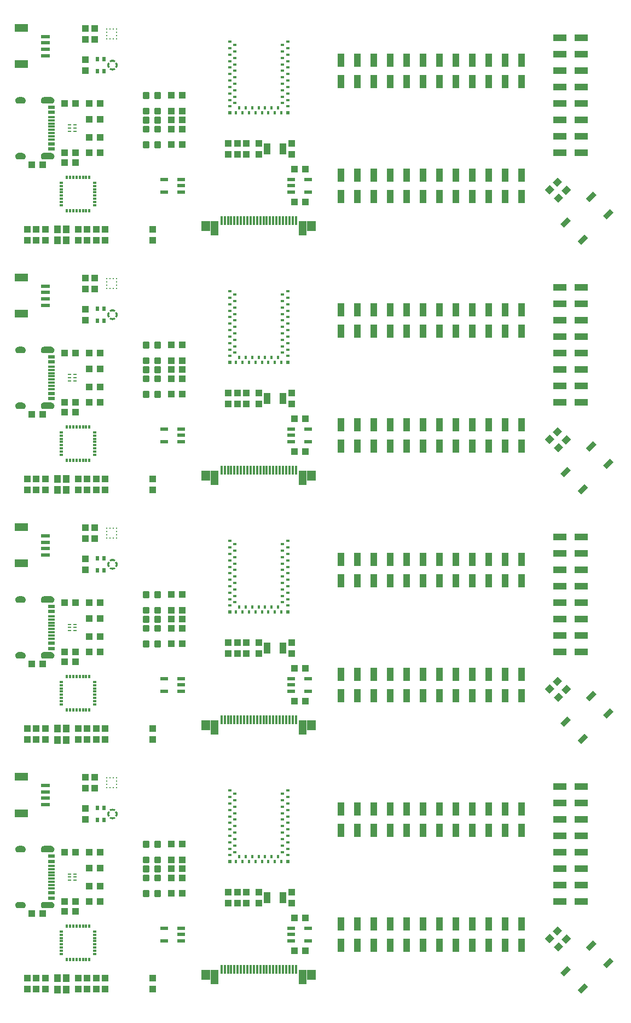
<source format=gtp>
G04 EAGLE Gerber RS-274X export*
G75*
%MOMM*%
%FSLAX34Y34*%
%LPD*%
%INSolderpaste Top*%
%IPPOS*%
%AMOC8*
5,1,8,0,0,1.08239X$1,22.5*%
G01*
%ADD10R,1.000000X1.100000*%
%ADD11R,1.100000X1.000000*%
%ADD12C,0.300000*%
%ADD13R,0.610000X0.250000*%
%ADD14R,0.560000X0.250000*%
%ADD15R,0.522000X0.725000*%
%ADD16R,0.200000X0.500000*%
%ADD17R,0.500000X0.200000*%
%ADD18R,1.000000X0.300000*%
%ADD19R,1.000000X0.600000*%
%ADD20R,2.000000X1.200000*%
%ADD21R,1.350000X0.600000*%
%ADD22R,0.300000X1.400000*%
%ADD23R,1.250000X2.300000*%
%ADD24R,1.400000X1.600000*%
%ADD25R,0.762000X1.524000*%
%ADD26R,0.600000X0.400000*%
%ADD27R,0.600000X0.600000*%
%ADD28R,0.400000X0.600000*%
%ADD29R,0.275000X0.250000*%
%ADD30R,0.250000X0.275000*%
%ADD31R,1.200000X0.550000*%
%ADD32R,1.100000X1.200000*%
%ADD33R,1.000000X1.800000*%
%ADD34R,2.000000X1.000000*%
%ADD35R,1.000000X2.000000*%
%ADD36R,0.300000X0.600000*%
%ADD37R,0.600000X0.300000*%

G36*
X60305Y1300545D02*
X60305Y1300545D01*
X60308Y1300542D01*
X61403Y1300722D01*
X61409Y1300728D01*
X61414Y1300725D01*
X62442Y1301144D01*
X62446Y1301151D01*
X62451Y1301149D01*
X63360Y1301786D01*
X63363Y1301794D01*
X63368Y1301794D01*
X64112Y1302617D01*
X64113Y1302625D01*
X64119Y1302626D01*
X64661Y1303594D01*
X64660Y1303602D01*
X64666Y1303604D01*
X64979Y1304669D01*
X64976Y1304677D01*
X64981Y1304680D01*
X65049Y1305788D01*
X65045Y1305794D01*
X65049Y1305798D01*
X64879Y1306906D01*
X64873Y1306912D01*
X64876Y1306917D01*
X64464Y1307959D01*
X64457Y1307963D01*
X64459Y1307968D01*
X63825Y1308892D01*
X63817Y1308895D01*
X63818Y1308901D01*
X62995Y1309661D01*
X62986Y1309662D01*
X62986Y1309667D01*
X62014Y1310225D01*
X62006Y1310224D01*
X62004Y1310230D01*
X60932Y1310557D01*
X60924Y1310554D01*
X60921Y1310559D01*
X59804Y1310640D01*
X59801Y1310638D01*
X59800Y1310640D01*
X47800Y1310640D01*
X47797Y1310638D01*
X47790Y1310638D01*
X47789Y1310639D01*
X46845Y1310420D01*
X46839Y1310413D01*
X46834Y1310416D01*
X45962Y1309992D01*
X45959Y1309985D01*
X45953Y1309986D01*
X45197Y1309379D01*
X45195Y1309371D01*
X45189Y1309372D01*
X44588Y1308611D01*
X44588Y1308603D01*
X44582Y1308602D01*
X44164Y1307727D01*
X44166Y1307719D01*
X44161Y1307717D01*
X43949Y1306771D01*
X43952Y1306764D01*
X43947Y1306760D01*
X43951Y1305791D01*
X43951Y1305790D01*
X43970Y1304722D01*
X43975Y1304715D01*
X43971Y1304711D01*
X44227Y1303674D01*
X44234Y1303668D01*
X44231Y1303663D01*
X44712Y1302709D01*
X44719Y1302705D01*
X44718Y1302700D01*
X45399Y1301876D01*
X45407Y1301874D01*
X45407Y1301869D01*
X46254Y1301217D01*
X46262Y1301217D01*
X46263Y1301212D01*
X47234Y1300765D01*
X47242Y1300767D01*
X47244Y1300762D01*
X48290Y1300543D01*
X48297Y1300546D01*
X48300Y1300542D01*
X60300Y1300542D01*
X60305Y1300545D01*
G37*
G36*
X60305Y914465D02*
X60305Y914465D01*
X60308Y914462D01*
X61403Y914642D01*
X61409Y914648D01*
X61414Y914645D01*
X62442Y915064D01*
X62446Y915071D01*
X62451Y915069D01*
X63360Y915706D01*
X63363Y915714D01*
X63368Y915714D01*
X64112Y916537D01*
X64113Y916545D01*
X64119Y916546D01*
X64661Y917514D01*
X64660Y917522D01*
X64666Y917524D01*
X64979Y918589D01*
X64976Y918597D01*
X64981Y918600D01*
X65049Y919708D01*
X65045Y919714D01*
X65049Y919718D01*
X64879Y920826D01*
X64873Y920832D01*
X64876Y920837D01*
X64464Y921879D01*
X64457Y921883D01*
X64459Y921888D01*
X63825Y922812D01*
X63817Y922815D01*
X63818Y922821D01*
X62995Y923581D01*
X62986Y923582D01*
X62986Y923587D01*
X62014Y924145D01*
X62006Y924144D01*
X62004Y924150D01*
X60932Y924477D01*
X60924Y924474D01*
X60921Y924479D01*
X59804Y924560D01*
X59801Y924558D01*
X59800Y924560D01*
X47800Y924560D01*
X47797Y924558D01*
X47790Y924558D01*
X47789Y924559D01*
X46845Y924340D01*
X46839Y924333D01*
X46834Y924336D01*
X45962Y923912D01*
X45959Y923905D01*
X45953Y923906D01*
X45197Y923299D01*
X45195Y923291D01*
X45189Y923292D01*
X44588Y922531D01*
X44588Y922523D01*
X44582Y922522D01*
X44164Y921647D01*
X44166Y921639D01*
X44161Y921637D01*
X43949Y920691D01*
X43952Y920684D01*
X43947Y920680D01*
X43951Y919711D01*
X43951Y919710D01*
X43970Y918642D01*
X43975Y918635D01*
X43971Y918631D01*
X44227Y917594D01*
X44234Y917588D01*
X44231Y917583D01*
X44712Y916629D01*
X44719Y916625D01*
X44718Y916620D01*
X45399Y915796D01*
X45407Y915794D01*
X45407Y915789D01*
X46254Y915137D01*
X46262Y915137D01*
X46263Y915132D01*
X47234Y914685D01*
X47242Y914687D01*
X47244Y914682D01*
X48290Y914463D01*
X48297Y914466D01*
X48300Y914462D01*
X60300Y914462D01*
X60305Y914465D01*
G37*
G36*
X60305Y528360D02*
X60305Y528360D01*
X60308Y528357D01*
X61403Y528537D01*
X61409Y528543D01*
X61414Y528540D01*
X62442Y528959D01*
X62446Y528966D01*
X62451Y528964D01*
X63360Y529601D01*
X63363Y529609D01*
X63368Y529608D01*
X64112Y530432D01*
X64113Y530440D01*
X64119Y530441D01*
X64661Y531409D01*
X64660Y531417D01*
X64666Y531419D01*
X64979Y532484D01*
X64976Y532491D01*
X64981Y532495D01*
X65049Y533602D01*
X65045Y533609D01*
X65049Y533613D01*
X64879Y534720D01*
X64873Y534726D01*
X64876Y534731D01*
X64464Y535773D01*
X64457Y535777D01*
X64459Y535783D01*
X63825Y536707D01*
X63817Y536710D01*
X63818Y536715D01*
X62995Y537475D01*
X62986Y537476D01*
X62986Y537482D01*
X62014Y538040D01*
X62006Y538039D01*
X62004Y538044D01*
X60932Y538372D01*
X60924Y538369D01*
X60921Y538374D01*
X59804Y538455D01*
X59801Y538453D01*
X59800Y538455D01*
X47800Y538455D01*
X47797Y538452D01*
X47790Y538452D01*
X47789Y538453D01*
X46845Y538234D01*
X46839Y538228D01*
X46834Y538231D01*
X45962Y537807D01*
X45959Y537800D01*
X45953Y537801D01*
X45197Y537194D01*
X45195Y537186D01*
X45189Y537186D01*
X44588Y536426D01*
X44588Y536418D01*
X44582Y536417D01*
X44164Y535542D01*
X44166Y535534D01*
X44161Y535531D01*
X43949Y534586D01*
X43952Y534578D01*
X43947Y534575D01*
X43951Y533605D01*
X43970Y532536D01*
X43975Y532530D01*
X43971Y532525D01*
X44227Y531488D01*
X44234Y531483D01*
X44231Y531478D01*
X44712Y530524D01*
X44719Y530520D01*
X44718Y530514D01*
X45399Y529691D01*
X45407Y529689D01*
X45407Y529683D01*
X46254Y529032D01*
X46262Y529032D01*
X46263Y529026D01*
X47234Y528580D01*
X47242Y528582D01*
X47244Y528576D01*
X48290Y528357D01*
X48297Y528360D01*
X48300Y528356D01*
X60300Y528356D01*
X60305Y528360D01*
G37*
G36*
X60305Y142254D02*
X60305Y142254D01*
X60308Y142251D01*
X61403Y142431D01*
X61409Y142437D01*
X61414Y142434D01*
X62442Y142853D01*
X62446Y142860D01*
X62451Y142858D01*
X63360Y143496D01*
X63363Y143503D01*
X63368Y143503D01*
X64112Y144326D01*
X64113Y144334D01*
X64119Y144335D01*
X64661Y145303D01*
X64660Y145312D01*
X64666Y145314D01*
X64979Y146378D01*
X64976Y146386D01*
X64981Y146389D01*
X65049Y147497D01*
X65045Y147504D01*
X65049Y147507D01*
X64879Y148615D01*
X64873Y148621D01*
X64876Y148626D01*
X64464Y149668D01*
X64457Y149672D01*
X64459Y149677D01*
X63825Y150602D01*
X63817Y150604D01*
X63818Y150610D01*
X62995Y151370D01*
X62986Y151371D01*
X62986Y151377D01*
X62014Y151934D01*
X62006Y151933D01*
X62004Y151939D01*
X60932Y152266D01*
X60924Y152263D01*
X60921Y152268D01*
X59804Y152349D01*
X59801Y152348D01*
X59800Y152349D01*
X47800Y152349D01*
X47797Y152347D01*
X47790Y152347D01*
X47789Y152348D01*
X46845Y152129D01*
X46839Y152123D01*
X46834Y152125D01*
X45962Y151702D01*
X45959Y151694D01*
X45953Y151696D01*
X45197Y151089D01*
X45195Y151081D01*
X45189Y151081D01*
X44588Y150321D01*
X44588Y150312D01*
X44582Y150311D01*
X44164Y149436D01*
X44166Y149428D01*
X44161Y149426D01*
X43949Y148480D01*
X43952Y148473D01*
X43947Y148469D01*
X43951Y147500D01*
X43951Y147499D01*
X43970Y146431D01*
X43975Y146424D01*
X43971Y146420D01*
X44227Y145383D01*
X44234Y145378D01*
X44231Y145372D01*
X44712Y144418D01*
X44719Y144415D01*
X44718Y144409D01*
X45399Y143586D01*
X45407Y143584D01*
X45407Y143578D01*
X46254Y142927D01*
X46262Y142927D01*
X46263Y142921D01*
X47234Y142474D01*
X47242Y142476D01*
X47244Y142471D01*
X48290Y142252D01*
X48297Y142255D01*
X48300Y142251D01*
X60300Y142251D01*
X60305Y142254D01*
G37*
G36*
X60305Y1386945D02*
X60305Y1386945D01*
X60308Y1386942D01*
X61414Y1387134D01*
X61419Y1387140D01*
X61424Y1387138D01*
X62459Y1387571D01*
X62463Y1387578D01*
X62468Y1387576D01*
X63381Y1388229D01*
X63383Y1388236D01*
X63389Y1388236D01*
X64133Y1389075D01*
X64134Y1389083D01*
X64139Y1389084D01*
X64678Y1390068D01*
X64677Y1390076D01*
X64678Y1390077D01*
X64682Y1390078D01*
X64683Y1390080D01*
X64865Y1390721D01*
X64989Y1391157D01*
X64987Y1391162D01*
X64989Y1391164D01*
X64987Y1391166D01*
X64991Y1391168D01*
X65049Y1392288D01*
X65046Y1392293D01*
X65049Y1392296D01*
X64931Y1393342D01*
X64925Y1393348D01*
X64929Y1393353D01*
X64581Y1394346D01*
X64574Y1394351D01*
X64576Y1394356D01*
X64016Y1395247D01*
X64009Y1395250D01*
X64009Y1395256D01*
X63265Y1396000D01*
X63257Y1396001D01*
X63257Y1396007D01*
X62365Y1396567D01*
X62357Y1396566D01*
X62356Y1396572D01*
X61362Y1396919D01*
X61354Y1396917D01*
X61351Y1396922D01*
X60306Y1397040D01*
X60302Y1397038D01*
X60300Y1397040D01*
X48300Y1397040D01*
X48297Y1397038D01*
X48294Y1397038D01*
X48292Y1397039D01*
X47296Y1396882D01*
X47290Y1396876D01*
X47285Y1396879D01*
X46349Y1396504D01*
X46345Y1396497D01*
X46339Y1396499D01*
X45510Y1395925D01*
X45507Y1395917D01*
X45502Y1395918D01*
X44821Y1395173D01*
X44820Y1395165D01*
X44814Y1395164D01*
X44316Y1394287D01*
X44317Y1394279D01*
X44312Y1394277D01*
X44124Y1393653D01*
X44021Y1393311D01*
X44022Y1393309D01*
X44021Y1393308D01*
X44024Y1393304D01*
X44019Y1393301D01*
X43951Y1392294D01*
X43952Y1392292D01*
X43951Y1392290D01*
X43960Y1391210D01*
X43965Y1391203D01*
X43961Y1391199D01*
X44211Y1390147D01*
X44217Y1390142D01*
X44214Y1390137D01*
X44691Y1389167D01*
X44699Y1389164D01*
X44697Y1389158D01*
X45378Y1388319D01*
X45386Y1388317D01*
X45386Y1388311D01*
X46237Y1387644D01*
X46245Y1387644D01*
X46246Y1387639D01*
X47223Y1387178D01*
X47231Y1387180D01*
X47234Y1387174D01*
X48289Y1386943D01*
X48297Y1386946D01*
X48300Y1386942D01*
X60300Y1386942D01*
X60305Y1386945D01*
G37*
G36*
X60305Y1000865D02*
X60305Y1000865D01*
X60308Y1000862D01*
X61414Y1001054D01*
X61419Y1001060D01*
X61424Y1001058D01*
X62459Y1001491D01*
X62463Y1001498D01*
X62468Y1001496D01*
X63381Y1002149D01*
X63383Y1002156D01*
X63389Y1002156D01*
X64133Y1002995D01*
X64134Y1003003D01*
X64139Y1003004D01*
X64678Y1003988D01*
X64677Y1003996D01*
X64678Y1003997D01*
X64682Y1003998D01*
X64683Y1004000D01*
X64865Y1004641D01*
X64989Y1005077D01*
X64987Y1005082D01*
X64989Y1005084D01*
X64987Y1005086D01*
X64991Y1005088D01*
X65049Y1006208D01*
X65046Y1006213D01*
X65049Y1006216D01*
X64931Y1007262D01*
X64925Y1007268D01*
X64929Y1007273D01*
X64581Y1008266D01*
X64574Y1008271D01*
X64576Y1008276D01*
X64016Y1009167D01*
X64009Y1009170D01*
X64009Y1009176D01*
X63265Y1009920D01*
X63257Y1009921D01*
X63257Y1009927D01*
X62365Y1010487D01*
X62357Y1010486D01*
X62356Y1010492D01*
X61362Y1010839D01*
X61354Y1010837D01*
X61351Y1010842D01*
X60306Y1010960D01*
X60302Y1010958D01*
X60300Y1010960D01*
X48300Y1010960D01*
X48297Y1010958D01*
X48294Y1010958D01*
X48292Y1010959D01*
X47296Y1010802D01*
X47290Y1010796D01*
X47285Y1010799D01*
X46349Y1010424D01*
X46345Y1010417D01*
X46339Y1010419D01*
X45510Y1009845D01*
X45507Y1009837D01*
X45502Y1009838D01*
X44821Y1009093D01*
X44820Y1009085D01*
X44814Y1009084D01*
X44316Y1008207D01*
X44317Y1008199D01*
X44312Y1008197D01*
X44124Y1007573D01*
X44021Y1007231D01*
X44022Y1007229D01*
X44021Y1007228D01*
X44024Y1007224D01*
X44019Y1007221D01*
X43951Y1006214D01*
X43952Y1006212D01*
X43951Y1006210D01*
X43960Y1005130D01*
X43965Y1005123D01*
X43961Y1005119D01*
X44211Y1004067D01*
X44217Y1004062D01*
X44214Y1004057D01*
X44691Y1003087D01*
X44699Y1003084D01*
X44697Y1003078D01*
X45378Y1002239D01*
X45386Y1002237D01*
X45386Y1002231D01*
X46237Y1001564D01*
X46245Y1001564D01*
X46246Y1001559D01*
X47223Y1001098D01*
X47231Y1001100D01*
X47234Y1001094D01*
X48289Y1000863D01*
X48297Y1000866D01*
X48300Y1000862D01*
X60300Y1000862D01*
X60305Y1000865D01*
G37*
G36*
X60305Y614760D02*
X60305Y614760D01*
X60308Y614757D01*
X61414Y614949D01*
X61419Y614955D01*
X61424Y614952D01*
X62459Y615385D01*
X62463Y615392D01*
X62468Y615391D01*
X63381Y616043D01*
X63383Y616051D01*
X63389Y616051D01*
X64133Y616890D01*
X64134Y616898D01*
X64139Y616899D01*
X64678Y617883D01*
X64677Y617890D01*
X64678Y617891D01*
X64682Y617893D01*
X64683Y617895D01*
X64865Y618535D01*
X64989Y618972D01*
X64987Y618977D01*
X64989Y618978D01*
X64987Y618981D01*
X64991Y618983D01*
X65049Y620103D01*
X65046Y620108D01*
X65049Y620111D01*
X64931Y621157D01*
X64925Y621163D01*
X64929Y621168D01*
X64581Y622161D01*
X64574Y622165D01*
X64576Y622171D01*
X64016Y623062D01*
X64009Y623065D01*
X64009Y623071D01*
X63265Y623815D01*
X63257Y623816D01*
X63257Y623822D01*
X62365Y624382D01*
X62357Y624381D01*
X62356Y624386D01*
X61362Y624734D01*
X61354Y624732D01*
X61351Y624737D01*
X60306Y624854D01*
X60302Y624852D01*
X60300Y624855D01*
X48300Y624855D01*
X48297Y624852D01*
X48294Y624852D01*
X48292Y624854D01*
X47296Y624697D01*
X47290Y624691D01*
X47285Y624694D01*
X46349Y624319D01*
X46345Y624312D01*
X46339Y624314D01*
X45510Y623739D01*
X45507Y623732D01*
X45502Y623732D01*
X44821Y622988D01*
X44820Y622980D01*
X44814Y622979D01*
X44316Y622102D01*
X44317Y622094D01*
X44312Y622092D01*
X44124Y621468D01*
X44124Y621467D01*
X44021Y621126D01*
X44022Y621124D01*
X44021Y621123D01*
X44024Y621118D01*
X44019Y621115D01*
X43951Y620109D01*
X43952Y620106D01*
X43951Y620105D01*
X43960Y619024D01*
X43965Y619018D01*
X43961Y619013D01*
X44211Y617962D01*
X44217Y617957D01*
X44214Y617952D01*
X44691Y616982D01*
X44699Y616978D01*
X44697Y616973D01*
X45378Y616133D01*
X45386Y616131D01*
X45386Y616126D01*
X46237Y615459D01*
X46245Y615459D01*
X46246Y615453D01*
X47223Y614992D01*
X47231Y614994D01*
X47234Y614989D01*
X48289Y614757D01*
X48297Y614761D01*
X48300Y614756D01*
X60300Y614756D01*
X60305Y614760D01*
G37*
G36*
X60305Y228655D02*
X60305Y228655D01*
X60308Y228651D01*
X61414Y228844D01*
X61419Y228849D01*
X61419Y228850D01*
X61424Y228847D01*
X62459Y229280D01*
X62463Y229287D01*
X62468Y229285D01*
X63381Y229938D01*
X63383Y229946D01*
X63389Y229945D01*
X64133Y230784D01*
X64134Y230793D01*
X64139Y230793D01*
X64678Y231777D01*
X64677Y231785D01*
X64678Y231786D01*
X64682Y231787D01*
X64683Y231789D01*
X64865Y232430D01*
X64989Y232866D01*
X64987Y232871D01*
X64989Y232873D01*
X64987Y232875D01*
X64991Y232877D01*
X65049Y233997D01*
X65046Y234002D01*
X65049Y234006D01*
X64931Y235051D01*
X64925Y235057D01*
X64929Y235062D01*
X64581Y236056D01*
X64574Y236060D01*
X64576Y236065D01*
X64016Y236957D01*
X64009Y236960D01*
X64009Y236965D01*
X63265Y237709D01*
X63257Y237711D01*
X63257Y237716D01*
X62365Y238276D01*
X62357Y238276D01*
X62356Y238281D01*
X61362Y238629D01*
X61354Y238626D01*
X61351Y238631D01*
X60306Y238749D01*
X60302Y238747D01*
X60300Y238749D01*
X48300Y238749D01*
X48297Y238747D01*
X48294Y238747D01*
X48292Y238749D01*
X47296Y238591D01*
X47290Y238585D01*
X47285Y238588D01*
X46349Y238213D01*
X46345Y238206D01*
X46339Y238208D01*
X45510Y237634D01*
X45507Y237626D01*
X45502Y237627D01*
X44821Y236883D01*
X44820Y236874D01*
X44814Y236874D01*
X44316Y235997D01*
X44317Y235989D01*
X44312Y235986D01*
X44124Y235362D01*
X44021Y235021D01*
X44022Y235018D01*
X44021Y235017D01*
X44024Y235013D01*
X44019Y235010D01*
X43951Y234003D01*
X43952Y234001D01*
X43951Y234000D01*
X43960Y232919D01*
X43965Y232912D01*
X43961Y232908D01*
X44211Y231856D01*
X44217Y231851D01*
X44214Y231846D01*
X44691Y230876D01*
X44699Y230873D01*
X44697Y230867D01*
X45378Y230028D01*
X45386Y230026D01*
X45386Y230020D01*
X46237Y229354D01*
X46245Y229353D01*
X46246Y229348D01*
X47223Y228887D01*
X47231Y228889D01*
X47234Y228884D01*
X48289Y228652D01*
X48297Y228655D01*
X48300Y228651D01*
X60300Y228651D01*
X60305Y228655D01*
G37*
G36*
X15504Y1300545D02*
X15504Y1300545D01*
X15506Y1300542D01*
X16639Y1300692D01*
X16645Y1300698D01*
X16650Y1300695D01*
X17720Y1301093D01*
X17724Y1301100D01*
X17730Y1301098D01*
X18685Y1301725D01*
X18688Y1301732D01*
X18693Y1301732D01*
X19485Y1302555D01*
X19486Y1302563D01*
X19492Y1302564D01*
X20081Y1303543D01*
X20080Y1303551D01*
X20085Y1303553D01*
X20441Y1304638D01*
X20439Y1304646D01*
X20443Y1304649D01*
X20549Y1305786D01*
X20544Y1305795D01*
X20548Y1305800D01*
X20341Y1306937D01*
X20335Y1306942D01*
X20338Y1306947D01*
X19883Y1308010D01*
X19876Y1308014D01*
X19878Y1308020D01*
X19198Y1308954D01*
X19190Y1308957D01*
X19191Y1308963D01*
X18320Y1309723D01*
X18312Y1309723D01*
X18311Y1309729D01*
X17292Y1310276D01*
X17284Y1310275D01*
X17282Y1310280D01*
X16168Y1310587D01*
X16160Y1310584D01*
X16157Y1310589D01*
X15002Y1310640D01*
X15001Y1310639D01*
X15000Y1310640D01*
X9000Y1310640D01*
X8997Y1310638D01*
X8992Y1310638D01*
X8991Y1310639D01*
X7910Y1310427D01*
X7905Y1310421D01*
X7900Y1310424D01*
X6894Y1309977D01*
X6890Y1309970D01*
X6884Y1309971D01*
X6003Y1309312D01*
X6000Y1309304D01*
X5995Y1309304D01*
X5282Y1308465D01*
X5282Y1308457D01*
X5276Y1308456D01*
X4768Y1307479D01*
X4769Y1307471D01*
X4764Y1307469D01*
X4486Y1306404D01*
X4489Y1306396D01*
X4485Y1306393D01*
X4451Y1305292D01*
X4455Y1305287D01*
X4451Y1305284D01*
X4606Y1304208D01*
X4612Y1304203D01*
X4609Y1304198D01*
X4999Y1303184D01*
X5006Y1303179D01*
X5005Y1303174D01*
X5611Y1302272D01*
X5619Y1302270D01*
X5618Y1302264D01*
X6410Y1301520D01*
X6418Y1301519D01*
X6418Y1301513D01*
X7356Y1300964D01*
X7364Y1300965D01*
X7366Y1300959D01*
X8402Y1300632D01*
X8410Y1300635D01*
X8413Y1300630D01*
X9496Y1300542D01*
X9499Y1300543D01*
X9500Y1300542D01*
X15500Y1300542D01*
X15504Y1300545D01*
G37*
G36*
X15504Y914465D02*
X15504Y914465D01*
X15506Y914462D01*
X16639Y914612D01*
X16645Y914618D01*
X16650Y914615D01*
X17720Y915013D01*
X17724Y915020D01*
X17730Y915018D01*
X18685Y915645D01*
X18688Y915652D01*
X18693Y915652D01*
X19485Y916475D01*
X19486Y916483D01*
X19492Y916484D01*
X20081Y917463D01*
X20080Y917471D01*
X20085Y917473D01*
X20441Y918558D01*
X20439Y918566D01*
X20443Y918569D01*
X20549Y919706D01*
X20544Y919715D01*
X20548Y919720D01*
X20341Y920857D01*
X20335Y920862D01*
X20338Y920867D01*
X19883Y921930D01*
X19876Y921934D01*
X19878Y921940D01*
X19198Y922874D01*
X19190Y922877D01*
X19191Y922883D01*
X18320Y923643D01*
X18312Y923643D01*
X18311Y923649D01*
X17292Y924196D01*
X17284Y924195D01*
X17282Y924200D01*
X16168Y924507D01*
X16160Y924504D01*
X16157Y924509D01*
X15002Y924560D01*
X15001Y924559D01*
X15000Y924560D01*
X9000Y924560D01*
X8997Y924558D01*
X8992Y924558D01*
X8991Y924559D01*
X7910Y924347D01*
X7905Y924341D01*
X7900Y924344D01*
X6894Y923897D01*
X6890Y923890D01*
X6884Y923891D01*
X6003Y923232D01*
X6000Y923224D01*
X5995Y923224D01*
X5282Y922385D01*
X5282Y922377D01*
X5276Y922376D01*
X4768Y921399D01*
X4769Y921391D01*
X4764Y921389D01*
X4486Y920324D01*
X4489Y920316D01*
X4485Y920313D01*
X4451Y919212D01*
X4455Y919207D01*
X4451Y919204D01*
X4606Y918128D01*
X4612Y918123D01*
X4609Y918118D01*
X4999Y917104D01*
X5006Y917099D01*
X5005Y917094D01*
X5611Y916192D01*
X5619Y916190D01*
X5618Y916184D01*
X6410Y915440D01*
X6418Y915439D01*
X6418Y915433D01*
X7356Y914884D01*
X7364Y914885D01*
X7366Y914879D01*
X8402Y914552D01*
X8410Y914555D01*
X8413Y914550D01*
X9496Y914462D01*
X9499Y914463D01*
X9500Y914462D01*
X15500Y914462D01*
X15504Y914465D01*
G37*
G36*
X15504Y528359D02*
X15504Y528359D01*
X15506Y528357D01*
X16639Y528507D01*
X16645Y528512D01*
X16650Y528509D01*
X17720Y528908D01*
X17724Y528915D01*
X17730Y528913D01*
X18685Y529539D01*
X18688Y529547D01*
X18693Y529546D01*
X19485Y530370D01*
X19486Y530378D01*
X19492Y530378D01*
X20081Y531357D01*
X20080Y531365D01*
X20085Y531367D01*
X20441Y532453D01*
X20439Y532460D01*
X20443Y532463D01*
X20549Y533601D01*
X20544Y533609D01*
X20548Y533614D01*
X20341Y534751D01*
X20335Y534757D01*
X20338Y534762D01*
X19883Y535825D01*
X19876Y535829D01*
X19878Y535834D01*
X19198Y536769D01*
X19190Y536771D01*
X19191Y536777D01*
X18320Y537537D01*
X18312Y537538D01*
X18311Y537543D01*
X17292Y538091D01*
X17284Y538089D01*
X17282Y538095D01*
X16168Y538402D01*
X16160Y538399D01*
X16157Y538403D01*
X15002Y538455D01*
X15001Y538454D01*
X15000Y538455D01*
X9000Y538455D01*
X8997Y538452D01*
X8992Y538452D01*
X8991Y538454D01*
X7910Y538242D01*
X7905Y538236D01*
X7900Y538239D01*
X6894Y537792D01*
X6890Y537784D01*
X6884Y537786D01*
X6003Y537126D01*
X6000Y537119D01*
X5995Y537119D01*
X5282Y536280D01*
X5282Y536271D01*
X5276Y536271D01*
X4768Y535294D01*
X4769Y535286D01*
X4764Y535284D01*
X4486Y534218D01*
X4489Y534211D01*
X4485Y534207D01*
X4451Y533107D01*
X4455Y533102D01*
X4451Y533098D01*
X4606Y532023D01*
X4612Y532017D01*
X4609Y532012D01*
X4999Y530998D01*
X5006Y530994D01*
X5005Y530988D01*
X5611Y530087D01*
X5619Y530084D01*
X5618Y530078D01*
X6410Y529334D01*
X6418Y529333D01*
X6418Y529328D01*
X7356Y528778D01*
X7364Y528779D01*
X7366Y528774D01*
X8402Y528447D01*
X8410Y528449D01*
X8413Y528445D01*
X9496Y528356D01*
X9499Y528358D01*
X9500Y528356D01*
X15500Y528356D01*
X15504Y528359D01*
G37*
G36*
X15504Y142254D02*
X15504Y142254D01*
X15506Y142251D01*
X16639Y142401D01*
X16645Y142407D01*
X16650Y142404D01*
X17720Y142802D01*
X17724Y142809D01*
X17730Y142807D01*
X18685Y143434D01*
X18688Y143442D01*
X18693Y143441D01*
X19485Y144264D01*
X19486Y144272D01*
X19492Y144273D01*
X20081Y145252D01*
X20080Y145260D01*
X20085Y145262D01*
X20441Y146347D01*
X20439Y146355D01*
X20443Y146358D01*
X20549Y147495D01*
X20544Y147504D01*
X20548Y147509D01*
X20341Y148646D01*
X20335Y148652D01*
X20338Y148657D01*
X19883Y149719D01*
X19876Y149723D01*
X19878Y149729D01*
X19198Y150664D01*
X19190Y150666D01*
X19191Y150672D01*
X18320Y151432D01*
X18312Y151432D01*
X18311Y151438D01*
X17292Y151985D01*
X17284Y151984D01*
X17282Y151989D01*
X16168Y152296D01*
X16160Y152293D01*
X16157Y152298D01*
X15002Y152349D01*
X15001Y152348D01*
X15000Y152349D01*
X9000Y152349D01*
X8997Y152347D01*
X8992Y152347D01*
X8991Y152348D01*
X7910Y152136D01*
X7905Y152130D01*
X7900Y152133D01*
X6894Y151686D01*
X6890Y151679D01*
X6884Y151681D01*
X6003Y151021D01*
X6000Y151013D01*
X5995Y151013D01*
X5282Y150174D01*
X5282Y150166D01*
X5276Y150165D01*
X4768Y149188D01*
X4769Y149180D01*
X4764Y149178D01*
X4486Y148113D01*
X4489Y148105D01*
X4485Y148102D01*
X4451Y147002D01*
X4455Y146996D01*
X4451Y146993D01*
X4606Y145918D01*
X4612Y145912D01*
X4609Y145907D01*
X4999Y144893D01*
X5006Y144889D01*
X5005Y144883D01*
X5611Y143981D01*
X5619Y143979D01*
X5618Y143973D01*
X6410Y143229D01*
X6418Y143228D01*
X6418Y143222D01*
X7356Y142673D01*
X7364Y142674D01*
X7366Y142668D01*
X8402Y142341D01*
X8410Y142344D01*
X8413Y142339D01*
X9496Y142251D01*
X9499Y142253D01*
X9500Y142251D01*
X15500Y142251D01*
X15504Y142254D01*
G37*
G36*
X15503Y1386944D02*
X15503Y1386944D01*
X15505Y1386942D01*
X16597Y1387042D01*
X16603Y1387048D01*
X16608Y1387045D01*
X17651Y1387386D01*
X17656Y1387393D01*
X17661Y1387390D01*
X18602Y1387955D01*
X18605Y1387963D01*
X18611Y1387962D01*
X19403Y1388722D01*
X19404Y1388730D01*
X19410Y1388730D01*
X20013Y1389648D01*
X20012Y1389656D01*
X20018Y1389657D01*
X20401Y1390686D01*
X20399Y1390694D01*
X20404Y1390696D01*
X20549Y1391784D01*
X20545Y1391791D01*
X20549Y1391795D01*
X20443Y1392933D01*
X20438Y1392939D01*
X20441Y1392944D01*
X20085Y1394029D01*
X20078Y1394034D01*
X20081Y1394039D01*
X19492Y1395018D01*
X19484Y1395021D01*
X19485Y1395027D01*
X18693Y1395850D01*
X18685Y1395851D01*
X18685Y1395857D01*
X17730Y1396484D01*
X17722Y1396483D01*
X17720Y1396489D01*
X16650Y1396887D01*
X16642Y1396884D01*
X16639Y1396890D01*
X15506Y1397040D01*
X15503Y1397038D01*
X15502Y1397038D01*
X15500Y1397040D01*
X9500Y1397040D01*
X9497Y1397038D01*
X9495Y1397038D01*
X9494Y1397040D01*
X8361Y1396890D01*
X8355Y1396884D01*
X8350Y1396887D01*
X7280Y1396489D01*
X7276Y1396482D01*
X7270Y1396484D01*
X6315Y1395857D01*
X6312Y1395849D01*
X6307Y1395850D01*
X5515Y1395027D01*
X5514Y1395018D01*
X5508Y1395018D01*
X4919Y1394039D01*
X4920Y1394031D01*
X4915Y1394029D01*
X4559Y1392944D01*
X4562Y1392936D01*
X4557Y1392933D01*
X4451Y1391795D01*
X4455Y1391788D01*
X4451Y1391784D01*
X4596Y1390696D01*
X4602Y1390691D01*
X4599Y1390686D01*
X4983Y1389657D01*
X4989Y1389653D01*
X4988Y1389648D01*
X5590Y1388730D01*
X5598Y1388728D01*
X5597Y1388722D01*
X6389Y1387962D01*
X6397Y1387961D01*
X6398Y1387955D01*
X7339Y1387390D01*
X7347Y1387391D01*
X7349Y1387386D01*
X8392Y1387045D01*
X8400Y1387047D01*
X8403Y1387042D01*
X9496Y1386942D01*
X9498Y1386944D01*
X9500Y1386942D01*
X15500Y1386942D01*
X15503Y1386944D01*
G37*
G36*
X15503Y1000864D02*
X15503Y1000864D01*
X15505Y1000862D01*
X16597Y1000962D01*
X16603Y1000968D01*
X16608Y1000965D01*
X17651Y1001306D01*
X17656Y1001313D01*
X17661Y1001310D01*
X18602Y1001875D01*
X18605Y1001883D01*
X18611Y1001882D01*
X19403Y1002642D01*
X19404Y1002650D01*
X19410Y1002650D01*
X20013Y1003568D01*
X20012Y1003576D01*
X20018Y1003577D01*
X20401Y1004606D01*
X20399Y1004614D01*
X20404Y1004616D01*
X20549Y1005704D01*
X20545Y1005711D01*
X20549Y1005715D01*
X20443Y1006853D01*
X20438Y1006859D01*
X20441Y1006864D01*
X20085Y1007949D01*
X20078Y1007954D01*
X20081Y1007959D01*
X19492Y1008938D01*
X19484Y1008941D01*
X19485Y1008947D01*
X18693Y1009770D01*
X18685Y1009771D01*
X18685Y1009777D01*
X17730Y1010404D01*
X17722Y1010403D01*
X17720Y1010409D01*
X16650Y1010807D01*
X16642Y1010804D01*
X16639Y1010810D01*
X15506Y1010960D01*
X15503Y1010958D01*
X15502Y1010958D01*
X15500Y1010960D01*
X9500Y1010960D01*
X9497Y1010958D01*
X9495Y1010958D01*
X9494Y1010960D01*
X8361Y1010810D01*
X8355Y1010804D01*
X8350Y1010807D01*
X7280Y1010409D01*
X7276Y1010402D01*
X7270Y1010404D01*
X6315Y1009777D01*
X6312Y1009769D01*
X6307Y1009770D01*
X5515Y1008947D01*
X5514Y1008938D01*
X5508Y1008938D01*
X4919Y1007959D01*
X4920Y1007951D01*
X4915Y1007949D01*
X4559Y1006864D01*
X4562Y1006856D01*
X4557Y1006853D01*
X4451Y1005715D01*
X4455Y1005708D01*
X4451Y1005704D01*
X4596Y1004616D01*
X4602Y1004611D01*
X4599Y1004606D01*
X4983Y1003577D01*
X4989Y1003573D01*
X4988Y1003568D01*
X5590Y1002650D01*
X5598Y1002648D01*
X5597Y1002642D01*
X6389Y1001882D01*
X6397Y1001881D01*
X6398Y1001875D01*
X7339Y1001310D01*
X7347Y1001311D01*
X7349Y1001306D01*
X8392Y1000965D01*
X8400Y1000967D01*
X8403Y1000962D01*
X9496Y1000862D01*
X9498Y1000864D01*
X9500Y1000862D01*
X15500Y1000862D01*
X15503Y1000864D01*
G37*
G36*
X15503Y614758D02*
X15503Y614758D01*
X15505Y614756D01*
X16597Y614857D01*
X16603Y614863D01*
X16608Y614859D01*
X17651Y615200D01*
X17656Y615207D01*
X17661Y615205D01*
X18602Y615770D01*
X18605Y615777D01*
X18611Y615777D01*
X19403Y616537D01*
X19404Y616545D01*
X19410Y616545D01*
X20013Y617462D01*
X20012Y617470D01*
X20018Y617472D01*
X20401Y618500D01*
X20399Y618508D01*
X20404Y618511D01*
X20549Y619599D01*
X20545Y619606D01*
X20549Y619610D01*
X20443Y620747D01*
X20438Y620753D01*
X20441Y620758D01*
X20085Y621843D01*
X20078Y621848D01*
X20081Y621854D01*
X19492Y622832D01*
X19484Y622835D01*
X19485Y622841D01*
X18693Y623665D01*
X18685Y623666D01*
X18685Y623672D01*
X17730Y624298D01*
X17722Y624298D01*
X17720Y624303D01*
X16650Y624701D01*
X16642Y624699D01*
X16639Y624704D01*
X15506Y624854D01*
X15503Y624852D01*
X15502Y624852D01*
X15500Y624855D01*
X9500Y624855D01*
X9497Y624852D01*
X9495Y624852D01*
X9494Y624854D01*
X8361Y624704D01*
X8355Y624698D01*
X8350Y624701D01*
X7280Y624303D01*
X7276Y624296D01*
X7270Y624298D01*
X6315Y623672D01*
X6312Y623664D01*
X6307Y623665D01*
X5515Y622841D01*
X5514Y622833D01*
X5508Y622832D01*
X4919Y621854D01*
X4920Y621845D01*
X4915Y621843D01*
X4559Y620758D01*
X4562Y620750D01*
X4557Y620747D01*
X4451Y619610D01*
X4455Y619603D01*
X4451Y619599D01*
X4596Y618511D01*
X4602Y618505D01*
X4599Y618500D01*
X4983Y617472D01*
X4989Y617468D01*
X4988Y617462D01*
X5590Y616545D01*
X5598Y616542D01*
X5597Y616537D01*
X6389Y615777D01*
X6397Y615776D01*
X6398Y615770D01*
X7339Y615205D01*
X7347Y615206D01*
X7349Y615200D01*
X8392Y614859D01*
X8400Y614862D01*
X8403Y614857D01*
X9496Y614756D01*
X9498Y614758D01*
X9500Y614756D01*
X15500Y614756D01*
X15503Y614758D01*
G37*
G36*
X15503Y228653D02*
X15503Y228653D01*
X15505Y228651D01*
X16597Y228752D01*
X16603Y228757D01*
X16608Y228754D01*
X17651Y229095D01*
X17656Y229102D01*
X17661Y229100D01*
X18602Y229664D01*
X18605Y229672D01*
X18611Y229671D01*
X19403Y230431D01*
X19404Y230439D01*
X19410Y230440D01*
X20013Y231357D01*
X20012Y231365D01*
X20018Y231367D01*
X20401Y232395D01*
X20399Y232403D01*
X20404Y232406D01*
X20549Y233494D01*
X20545Y233501D01*
X20549Y233505D01*
X20443Y234642D01*
X20438Y234648D01*
X20441Y234653D01*
X20085Y235738D01*
X20078Y235743D01*
X20081Y235748D01*
X19492Y236727D01*
X19484Y236730D01*
X19485Y236736D01*
X18693Y237559D01*
X18685Y237560D01*
X18685Y237566D01*
X17730Y238193D01*
X17722Y238192D01*
X17720Y238198D01*
X16650Y238596D01*
X16642Y238594D01*
X16639Y238599D01*
X15506Y238749D01*
X15503Y238747D01*
X15502Y238747D01*
X15500Y238749D01*
X9500Y238749D01*
X9497Y238747D01*
X9495Y238747D01*
X9494Y238749D01*
X8361Y238599D01*
X8355Y238593D01*
X8350Y238596D01*
X7280Y238198D01*
X7276Y238191D01*
X7270Y238193D01*
X6315Y237566D01*
X6312Y237558D01*
X6307Y237559D01*
X5515Y236736D01*
X5514Y236728D01*
X5508Y236727D01*
X4919Y235748D01*
X4920Y235740D01*
X4915Y235738D01*
X4559Y234653D01*
X4562Y234645D01*
X4557Y234642D01*
X4451Y233505D01*
X4455Y233498D01*
X4451Y233494D01*
X4596Y232406D01*
X4602Y232400D01*
X4599Y232395D01*
X4983Y231367D01*
X4989Y231362D01*
X4988Y231357D01*
X5590Y230440D01*
X5598Y230437D01*
X5597Y230431D01*
X6389Y229671D01*
X6397Y229670D01*
X6398Y229664D01*
X7339Y229100D01*
X7347Y229101D01*
X7349Y229095D01*
X8392Y228754D01*
X8400Y228756D01*
X8403Y228752D01*
X9496Y228651D01*
X9498Y228653D01*
X9500Y228651D01*
X15500Y228651D01*
X15503Y228653D01*
G37*
G36*
X156357Y1438584D02*
X156357Y1438584D01*
X156366Y1438588D01*
X156406Y1438594D01*
X157893Y1439063D01*
X157902Y1439069D01*
X157940Y1439083D01*
X159301Y1439843D01*
X159321Y1439863D01*
X159346Y1439875D01*
X159369Y1439912D01*
X159400Y1439943D01*
X159405Y1439970D01*
X159420Y1439994D01*
X159420Y1440037D01*
X159429Y1440080D01*
X159419Y1440106D01*
X159418Y1440133D01*
X159386Y1440200D01*
X157986Y1442270D01*
X157982Y1442274D01*
X157979Y1442280D01*
X157928Y1442319D01*
X157879Y1442360D01*
X157873Y1442360D01*
X157868Y1442364D01*
X157804Y1442369D01*
X157740Y1442377D01*
X157734Y1442374D01*
X157728Y1442375D01*
X157659Y1442348D01*
X156752Y1441843D01*
X155787Y1441538D01*
X154780Y1441435D01*
X153773Y1441538D01*
X152808Y1441843D01*
X151901Y1442348D01*
X151895Y1442350D01*
X151891Y1442354D01*
X151828Y1442365D01*
X151765Y1442380D01*
X151759Y1442378D01*
X151753Y1442379D01*
X151694Y1442354D01*
X151634Y1442333D01*
X151630Y1442328D01*
X151624Y1442325D01*
X151574Y1442270D01*
X150174Y1440200D01*
X150165Y1440174D01*
X150148Y1440152D01*
X150144Y1440109D01*
X150131Y1440067D01*
X150138Y1440040D01*
X150135Y1440013D01*
X150155Y1439974D01*
X150167Y1439932D01*
X150187Y1439913D01*
X150200Y1439889D01*
X150259Y1439843D01*
X151620Y1439083D01*
X151631Y1439081D01*
X151667Y1439063D01*
X153154Y1438594D01*
X153164Y1438594D01*
X153203Y1438584D01*
X154755Y1438426D01*
X154765Y1438427D01*
X154805Y1438426D01*
X156357Y1438584D01*
G37*
G36*
X156357Y1052504D02*
X156357Y1052504D01*
X156366Y1052508D01*
X156406Y1052514D01*
X157893Y1052983D01*
X157902Y1052989D01*
X157940Y1053003D01*
X159301Y1053763D01*
X159321Y1053783D01*
X159346Y1053795D01*
X159369Y1053832D01*
X159400Y1053863D01*
X159405Y1053890D01*
X159420Y1053914D01*
X159420Y1053957D01*
X159429Y1054000D01*
X159419Y1054026D01*
X159418Y1054053D01*
X159386Y1054120D01*
X157986Y1056190D01*
X157982Y1056194D01*
X157979Y1056200D01*
X157928Y1056239D01*
X157879Y1056280D01*
X157873Y1056280D01*
X157868Y1056284D01*
X157804Y1056289D01*
X157740Y1056297D01*
X157734Y1056294D01*
X157728Y1056295D01*
X157659Y1056268D01*
X156752Y1055763D01*
X155787Y1055458D01*
X154780Y1055355D01*
X153773Y1055458D01*
X152808Y1055763D01*
X151901Y1056268D01*
X151895Y1056270D01*
X151891Y1056274D01*
X151828Y1056285D01*
X151765Y1056300D01*
X151759Y1056298D01*
X151753Y1056299D01*
X151694Y1056274D01*
X151634Y1056253D01*
X151630Y1056248D01*
X151624Y1056245D01*
X151574Y1056190D01*
X150174Y1054120D01*
X150165Y1054094D01*
X150148Y1054072D01*
X150144Y1054029D01*
X150131Y1053987D01*
X150138Y1053960D01*
X150135Y1053933D01*
X150155Y1053894D01*
X150167Y1053852D01*
X150187Y1053833D01*
X150200Y1053809D01*
X150259Y1053763D01*
X151620Y1053003D01*
X151631Y1053001D01*
X151667Y1052983D01*
X153154Y1052514D01*
X153164Y1052514D01*
X153203Y1052504D01*
X154755Y1052346D01*
X154765Y1052347D01*
X154805Y1052346D01*
X156357Y1052504D01*
G37*
G36*
X156357Y666399D02*
X156357Y666399D01*
X156366Y666403D01*
X156406Y666409D01*
X157893Y666878D01*
X157902Y666884D01*
X157940Y666898D01*
X159301Y667658D01*
X159321Y667678D01*
X159346Y667690D01*
X159369Y667726D01*
X159400Y667757D01*
X159405Y667785D01*
X159420Y667808D01*
X159420Y667852D01*
X159429Y667894D01*
X159419Y667920D01*
X159418Y667948D01*
X159386Y668015D01*
X157986Y670085D01*
X157982Y670089D01*
X157979Y670095D01*
X157928Y670133D01*
X157879Y670174D01*
X157873Y670175D01*
X157868Y670179D01*
X157804Y670184D01*
X157740Y670191D01*
X157734Y670189D01*
X157728Y670189D01*
X157659Y670163D01*
X156752Y669657D01*
X155787Y669353D01*
X154780Y669250D01*
X153773Y669353D01*
X152808Y669657D01*
X151901Y670163D01*
X151895Y670164D01*
X151891Y670169D01*
X151828Y670180D01*
X151765Y670194D01*
X151759Y670192D01*
X151753Y670193D01*
X151694Y670169D01*
X151634Y670147D01*
X151630Y670142D01*
X151624Y670140D01*
X151574Y670085D01*
X150174Y668015D01*
X150165Y667989D01*
X150148Y667967D01*
X150144Y667923D01*
X150131Y667882D01*
X150138Y667855D01*
X150135Y667827D01*
X150155Y667789D01*
X150167Y667747D01*
X150187Y667728D01*
X150200Y667703D01*
X150259Y667658D01*
X151620Y666898D01*
X151631Y666895D01*
X151667Y666878D01*
X153154Y666409D01*
X153164Y666409D01*
X153203Y666399D01*
X154755Y666240D01*
X154765Y666242D01*
X154805Y666240D01*
X156357Y666399D01*
G37*
G36*
X156357Y280293D02*
X156357Y280293D01*
X156366Y280297D01*
X156406Y280303D01*
X157893Y280772D01*
X157902Y280778D01*
X157940Y280792D01*
X159301Y281552D01*
X159321Y281572D01*
X159346Y281584D01*
X159369Y281621D01*
X159400Y281652D01*
X159405Y281679D01*
X159420Y281703D01*
X159420Y281746D01*
X159429Y281789D01*
X159419Y281815D01*
X159418Y281843D01*
X159386Y281910D01*
X157986Y283980D01*
X157982Y283984D01*
X157979Y283990D01*
X157928Y284028D01*
X157879Y284069D01*
X157873Y284070D01*
X157868Y284073D01*
X157804Y284078D01*
X157740Y284086D01*
X157734Y284083D01*
X157728Y284084D01*
X157659Y284058D01*
X156752Y283552D01*
X155787Y283248D01*
X154780Y283145D01*
X153773Y283248D01*
X152808Y283552D01*
X151901Y284058D01*
X151895Y284059D01*
X151891Y284063D01*
X151828Y284075D01*
X151765Y284089D01*
X151759Y284087D01*
X151753Y284088D01*
X151694Y284063D01*
X151634Y284042D01*
X151630Y284037D01*
X151624Y284034D01*
X151574Y283980D01*
X150174Y281910D01*
X150165Y281883D01*
X150148Y281861D01*
X150144Y281818D01*
X150131Y281777D01*
X150138Y281750D01*
X150135Y281722D01*
X150155Y281683D01*
X150167Y281641D01*
X150187Y281623D01*
X150200Y281598D01*
X150259Y281552D01*
X151620Y280792D01*
X151631Y280790D01*
X151667Y280772D01*
X153154Y280303D01*
X153164Y280303D01*
X153203Y280293D01*
X154755Y280135D01*
X154765Y280137D01*
X154805Y280135D01*
X156357Y280293D01*
G37*
G36*
X157801Y1450784D02*
X157801Y1450784D01*
X157807Y1450783D01*
X157866Y1450807D01*
X157926Y1450829D01*
X157930Y1450834D01*
X157936Y1450837D01*
X157986Y1450891D01*
X159386Y1452961D01*
X159395Y1452988D01*
X159412Y1453010D01*
X159416Y1453053D01*
X159429Y1453094D01*
X159422Y1453121D01*
X159425Y1453149D01*
X159405Y1453187D01*
X159394Y1453229D01*
X159373Y1453248D01*
X159360Y1453273D01*
X159301Y1453318D01*
X157940Y1454078D01*
X157929Y1454081D01*
X157893Y1454098D01*
X156406Y1454567D01*
X156396Y1454568D01*
X156357Y1454578D01*
X154805Y1454736D01*
X154795Y1454734D01*
X154755Y1454736D01*
X153203Y1454578D01*
X153194Y1454574D01*
X153154Y1454567D01*
X151667Y1454098D01*
X151658Y1454093D01*
X151620Y1454078D01*
X150259Y1453318D01*
X150239Y1453299D01*
X150214Y1453287D01*
X150191Y1453250D01*
X150160Y1453219D01*
X150155Y1453192D01*
X150140Y1453168D01*
X150140Y1453125D01*
X150131Y1453082D01*
X150141Y1453056D01*
X150142Y1453028D01*
X150174Y1452961D01*
X151574Y1450891D01*
X151578Y1450887D01*
X151581Y1450881D01*
X151632Y1450843D01*
X151681Y1450802D01*
X151687Y1450801D01*
X151692Y1450797D01*
X151756Y1450793D01*
X151820Y1450785D01*
X151826Y1450788D01*
X151832Y1450787D01*
X151901Y1450813D01*
X152808Y1451319D01*
X153773Y1451623D01*
X154780Y1451726D01*
X155787Y1451623D01*
X156752Y1451319D01*
X157659Y1450813D01*
X157665Y1450812D01*
X157669Y1450807D01*
X157732Y1450796D01*
X157795Y1450782D01*
X157801Y1450784D01*
G37*
G36*
X148305Y1441942D02*
X148305Y1441942D01*
X148333Y1441942D01*
X148400Y1441974D01*
X150470Y1443374D01*
X150474Y1443379D01*
X150480Y1443381D01*
X150518Y1443433D01*
X150559Y1443482D01*
X150560Y1443488D01*
X150563Y1443493D01*
X150568Y1443557D01*
X150576Y1443621D01*
X150573Y1443626D01*
X150574Y1443633D01*
X150548Y1443702D01*
X150042Y1444608D01*
X149738Y1445574D01*
X149635Y1446581D01*
X149738Y1447588D01*
X150042Y1448553D01*
X150548Y1449459D01*
X150549Y1449465D01*
X150553Y1449470D01*
X150565Y1449533D01*
X150579Y1449596D01*
X150577Y1449602D01*
X150578Y1449608D01*
X150553Y1449667D01*
X150532Y1449727D01*
X150527Y1449731D01*
X150524Y1449737D01*
X150470Y1449787D01*
X148400Y1451187D01*
X148373Y1451196D01*
X148351Y1451213D01*
X148308Y1451217D01*
X148267Y1451230D01*
X148240Y1451223D01*
X148212Y1451225D01*
X148173Y1451205D01*
X148131Y1451194D01*
X148113Y1451174D01*
X148088Y1451161D01*
X148042Y1451102D01*
X147282Y1449741D01*
X147280Y1449730D01*
X147262Y1449694D01*
X146793Y1448207D01*
X146793Y1448196D01*
X146783Y1448157D01*
X146625Y1446606D01*
X146627Y1446596D01*
X146625Y1446555D01*
X146783Y1445004D01*
X146787Y1444994D01*
X146793Y1444955D01*
X147262Y1443467D01*
X147268Y1443459D01*
X147282Y1443421D01*
X148042Y1442059D01*
X148062Y1442040D01*
X148074Y1442015D01*
X148111Y1441992D01*
X148142Y1441961D01*
X148169Y1441956D01*
X148193Y1441941D01*
X148236Y1441941D01*
X148279Y1441932D01*
X148305Y1441942D01*
G37*
G36*
X161320Y1441939D02*
X161320Y1441939D01*
X161348Y1441936D01*
X161387Y1441956D01*
X161429Y1441967D01*
X161447Y1441988D01*
X161472Y1442001D01*
X161518Y1442059D01*
X162278Y1443421D01*
X162280Y1443431D01*
X162298Y1443467D01*
X162767Y1444955D01*
X162767Y1444965D01*
X162777Y1445004D01*
X162935Y1446555D01*
X162933Y1446566D01*
X162935Y1446606D01*
X162777Y1448157D01*
X162773Y1448167D01*
X162767Y1448207D01*
X162298Y1449694D01*
X162292Y1449703D01*
X162278Y1449741D01*
X161518Y1451102D01*
X161498Y1451122D01*
X161486Y1451147D01*
X161449Y1451170D01*
X161418Y1451200D01*
X161391Y1451206D01*
X161367Y1451221D01*
X161324Y1451220D01*
X161281Y1451229D01*
X161255Y1451220D01*
X161227Y1451219D01*
X161160Y1451187D01*
X159090Y1449787D01*
X159086Y1449782D01*
X159080Y1449780D01*
X159042Y1449729D01*
X159001Y1449680D01*
X159000Y1449673D01*
X158997Y1449668D01*
X158992Y1449604D01*
X158984Y1449541D01*
X158987Y1449535D01*
X158986Y1449529D01*
X159012Y1449459D01*
X159518Y1448553D01*
X159822Y1447588D01*
X159925Y1446581D01*
X159822Y1445574D01*
X159518Y1444608D01*
X159012Y1443702D01*
X159011Y1443696D01*
X159007Y1443692D01*
X158995Y1443628D01*
X158981Y1443566D01*
X158983Y1443560D01*
X158982Y1443554D01*
X159007Y1443495D01*
X159028Y1443434D01*
X159033Y1443431D01*
X159036Y1443425D01*
X159090Y1443374D01*
X161160Y1441974D01*
X161187Y1441966D01*
X161209Y1441949D01*
X161252Y1441945D01*
X161293Y1441932D01*
X161320Y1441939D01*
G37*
G36*
X157801Y1064704D02*
X157801Y1064704D01*
X157807Y1064703D01*
X157866Y1064727D01*
X157926Y1064749D01*
X157930Y1064754D01*
X157936Y1064757D01*
X157986Y1064811D01*
X159386Y1066881D01*
X159395Y1066908D01*
X159412Y1066930D01*
X159416Y1066973D01*
X159429Y1067014D01*
X159422Y1067041D01*
X159425Y1067069D01*
X159405Y1067107D01*
X159394Y1067149D01*
X159373Y1067168D01*
X159360Y1067193D01*
X159301Y1067238D01*
X157940Y1067998D01*
X157929Y1068001D01*
X157893Y1068018D01*
X156406Y1068487D01*
X156396Y1068488D01*
X156357Y1068498D01*
X154805Y1068656D01*
X154795Y1068654D01*
X154755Y1068656D01*
X153203Y1068498D01*
X153194Y1068494D01*
X153154Y1068487D01*
X151667Y1068018D01*
X151658Y1068013D01*
X151620Y1067998D01*
X150259Y1067238D01*
X150239Y1067219D01*
X150214Y1067207D01*
X150191Y1067170D01*
X150160Y1067139D01*
X150155Y1067112D01*
X150140Y1067088D01*
X150140Y1067045D01*
X150131Y1067002D01*
X150141Y1066976D01*
X150142Y1066948D01*
X150174Y1066881D01*
X151574Y1064811D01*
X151578Y1064807D01*
X151581Y1064801D01*
X151632Y1064763D01*
X151681Y1064722D01*
X151687Y1064721D01*
X151692Y1064717D01*
X151756Y1064713D01*
X151820Y1064705D01*
X151826Y1064708D01*
X151832Y1064707D01*
X151901Y1064733D01*
X152808Y1065239D01*
X153773Y1065543D01*
X154780Y1065646D01*
X155787Y1065543D01*
X156752Y1065239D01*
X157659Y1064733D01*
X157665Y1064732D01*
X157669Y1064727D01*
X157732Y1064716D01*
X157795Y1064702D01*
X157801Y1064704D01*
G37*
G36*
X148305Y1055862D02*
X148305Y1055862D01*
X148333Y1055862D01*
X148400Y1055894D01*
X150470Y1057294D01*
X150474Y1057299D01*
X150480Y1057301D01*
X150518Y1057353D01*
X150559Y1057402D01*
X150560Y1057408D01*
X150563Y1057413D01*
X150568Y1057477D01*
X150576Y1057541D01*
X150573Y1057546D01*
X150574Y1057553D01*
X150548Y1057622D01*
X150042Y1058528D01*
X149738Y1059494D01*
X149635Y1060501D01*
X149738Y1061508D01*
X150042Y1062473D01*
X150548Y1063379D01*
X150549Y1063385D01*
X150553Y1063390D01*
X150565Y1063453D01*
X150579Y1063516D01*
X150577Y1063522D01*
X150578Y1063528D01*
X150553Y1063587D01*
X150532Y1063647D01*
X150527Y1063651D01*
X150524Y1063657D01*
X150470Y1063707D01*
X148400Y1065107D01*
X148373Y1065116D01*
X148351Y1065133D01*
X148308Y1065137D01*
X148267Y1065150D01*
X148240Y1065143D01*
X148212Y1065145D01*
X148173Y1065125D01*
X148131Y1065114D01*
X148113Y1065094D01*
X148088Y1065081D01*
X148042Y1065022D01*
X147282Y1063661D01*
X147280Y1063650D01*
X147262Y1063614D01*
X146793Y1062127D01*
X146793Y1062116D01*
X146783Y1062077D01*
X146625Y1060526D01*
X146627Y1060516D01*
X146625Y1060475D01*
X146783Y1058924D01*
X146787Y1058914D01*
X146793Y1058875D01*
X147262Y1057387D01*
X147268Y1057379D01*
X147282Y1057341D01*
X148042Y1055979D01*
X148062Y1055960D01*
X148074Y1055935D01*
X148111Y1055912D01*
X148142Y1055881D01*
X148169Y1055876D01*
X148193Y1055861D01*
X148236Y1055861D01*
X148279Y1055852D01*
X148305Y1055862D01*
G37*
G36*
X161320Y1055859D02*
X161320Y1055859D01*
X161348Y1055856D01*
X161387Y1055876D01*
X161429Y1055887D01*
X161447Y1055908D01*
X161472Y1055921D01*
X161518Y1055979D01*
X162278Y1057341D01*
X162280Y1057351D01*
X162298Y1057387D01*
X162767Y1058875D01*
X162767Y1058885D01*
X162777Y1058924D01*
X162935Y1060475D01*
X162933Y1060486D01*
X162935Y1060526D01*
X162777Y1062077D01*
X162773Y1062087D01*
X162767Y1062127D01*
X162298Y1063614D01*
X162292Y1063623D01*
X162278Y1063661D01*
X161518Y1065022D01*
X161498Y1065042D01*
X161486Y1065067D01*
X161449Y1065090D01*
X161418Y1065120D01*
X161391Y1065126D01*
X161367Y1065141D01*
X161324Y1065140D01*
X161281Y1065149D01*
X161255Y1065140D01*
X161227Y1065139D01*
X161160Y1065107D01*
X159090Y1063707D01*
X159086Y1063702D01*
X159080Y1063700D01*
X159042Y1063649D01*
X159001Y1063600D01*
X159000Y1063593D01*
X158997Y1063588D01*
X158992Y1063524D01*
X158984Y1063461D01*
X158987Y1063455D01*
X158986Y1063449D01*
X159012Y1063379D01*
X159518Y1062473D01*
X159822Y1061508D01*
X159925Y1060501D01*
X159822Y1059494D01*
X159518Y1058528D01*
X159012Y1057622D01*
X159011Y1057616D01*
X159007Y1057612D01*
X158995Y1057548D01*
X158981Y1057486D01*
X158983Y1057480D01*
X158982Y1057474D01*
X159007Y1057415D01*
X159028Y1057354D01*
X159033Y1057351D01*
X159036Y1057345D01*
X159090Y1057294D01*
X161160Y1055894D01*
X161187Y1055886D01*
X161209Y1055869D01*
X161252Y1055865D01*
X161293Y1055852D01*
X161320Y1055859D01*
G37*
G36*
X157801Y678599D02*
X157801Y678599D01*
X157807Y678598D01*
X157866Y678622D01*
X157926Y678644D01*
X157930Y678649D01*
X157936Y678651D01*
X157986Y678706D01*
X159386Y680776D01*
X159395Y680802D01*
X159412Y680824D01*
X159416Y680868D01*
X159429Y680909D01*
X159422Y680936D01*
X159425Y680963D01*
X159405Y681002D01*
X159394Y681044D01*
X159373Y681063D01*
X159360Y681088D01*
X159301Y681133D01*
X157940Y681893D01*
X157929Y681895D01*
X157893Y681913D01*
X156406Y682382D01*
X156396Y682382D01*
X156357Y682392D01*
X154805Y682551D01*
X154795Y682549D01*
X154755Y682551D01*
X153203Y682392D01*
X153194Y682388D01*
X153154Y682382D01*
X151667Y681913D01*
X151658Y681907D01*
X151620Y681893D01*
X150259Y681133D01*
X150239Y681113D01*
X150214Y681101D01*
X150191Y681064D01*
X150160Y681033D01*
X150155Y681006D01*
X150140Y680983D01*
X150140Y680939D01*
X150131Y680897D01*
X150141Y680871D01*
X150142Y680843D01*
X150174Y680776D01*
X151574Y678706D01*
X151578Y678702D01*
X151581Y678696D01*
X151632Y678657D01*
X151681Y678617D01*
X151687Y678616D01*
X151692Y678612D01*
X151756Y678607D01*
X151820Y678599D01*
X151826Y678602D01*
X151832Y678602D01*
X151901Y678628D01*
X152808Y679133D01*
X153773Y679438D01*
X154780Y679541D01*
X155787Y679438D01*
X156752Y679133D01*
X157659Y678628D01*
X157665Y678626D01*
X157669Y678622D01*
X157732Y678611D01*
X157795Y678597D01*
X157801Y678599D01*
G37*
G36*
X148305Y669757D02*
X148305Y669757D01*
X148333Y669757D01*
X148400Y669789D01*
X150470Y671189D01*
X150474Y671194D01*
X150480Y671196D01*
X150518Y671247D01*
X150559Y671297D01*
X150560Y671303D01*
X150563Y671308D01*
X150568Y671372D01*
X150576Y671435D01*
X150573Y671441D01*
X150574Y671447D01*
X150548Y671517D01*
X150042Y672423D01*
X149738Y673388D01*
X149635Y674395D01*
X149738Y675402D01*
X150042Y676368D01*
X150548Y677274D01*
X150549Y677280D01*
X150553Y677285D01*
X150565Y677348D01*
X150579Y677410D01*
X150577Y677416D01*
X150578Y677422D01*
X150553Y677481D01*
X150532Y677542D01*
X150527Y677546D01*
X150524Y677552D01*
X150470Y677602D01*
X148400Y679002D01*
X148373Y679010D01*
X148351Y679027D01*
X148308Y679031D01*
X148267Y679045D01*
X148240Y679037D01*
X148212Y679040D01*
X148173Y679020D01*
X148131Y679009D01*
X148113Y678988D01*
X148088Y678976D01*
X148042Y678917D01*
X147282Y677555D01*
X147280Y677545D01*
X147262Y677509D01*
X146793Y676022D01*
X146793Y676011D01*
X146783Y675972D01*
X146625Y674421D01*
X146627Y674410D01*
X146625Y674370D01*
X146783Y672819D01*
X146787Y672809D01*
X146793Y672769D01*
X147262Y671282D01*
X147268Y671273D01*
X147282Y671236D01*
X148042Y669874D01*
X148062Y669854D01*
X148074Y669829D01*
X148111Y669806D01*
X148142Y669776D01*
X148169Y669770D01*
X148193Y669755D01*
X148236Y669756D01*
X148279Y669747D01*
X148305Y669757D01*
G37*
G36*
X161320Y669753D02*
X161320Y669753D01*
X161348Y669751D01*
X161387Y669771D01*
X161429Y669782D01*
X161447Y669802D01*
X161472Y669815D01*
X161518Y669874D01*
X162278Y671236D01*
X162280Y671246D01*
X162298Y671282D01*
X162767Y672769D01*
X162767Y672780D01*
X162777Y672819D01*
X162935Y674370D01*
X162933Y674381D01*
X162935Y674421D01*
X162777Y675972D01*
X162773Y675982D01*
X162767Y676022D01*
X162298Y677509D01*
X162292Y677518D01*
X162278Y677555D01*
X161518Y678917D01*
X161498Y678936D01*
X161486Y678961D01*
X161449Y678984D01*
X161418Y679015D01*
X161391Y679021D01*
X161367Y679035D01*
X161324Y679035D01*
X161281Y679044D01*
X161255Y679034D01*
X161227Y679034D01*
X161160Y679002D01*
X159090Y677602D01*
X159086Y677597D01*
X159080Y677595D01*
X159042Y677543D01*
X159001Y677494D01*
X159000Y677488D01*
X158997Y677483D01*
X158992Y677419D01*
X158984Y677356D01*
X158987Y677350D01*
X158986Y677344D01*
X159012Y677274D01*
X159518Y676368D01*
X159822Y675402D01*
X159925Y674395D01*
X159822Y673388D01*
X159518Y672423D01*
X159012Y671517D01*
X159011Y671511D01*
X159007Y671506D01*
X158995Y671443D01*
X158981Y671381D01*
X158983Y671375D01*
X158982Y671368D01*
X159007Y671310D01*
X159028Y671249D01*
X159033Y671245D01*
X159036Y671239D01*
X159090Y671189D01*
X161160Y669789D01*
X161187Y669780D01*
X161209Y669763D01*
X161252Y669760D01*
X161293Y669746D01*
X161320Y669753D01*
G37*
G36*
X157801Y292493D02*
X157801Y292493D01*
X157807Y292492D01*
X157866Y292517D01*
X157926Y292538D01*
X157930Y292543D01*
X157936Y292546D01*
X157986Y292600D01*
X159386Y294670D01*
X159395Y294697D01*
X159412Y294719D01*
X159416Y294762D01*
X159429Y294803D01*
X159422Y294830D01*
X159425Y294858D01*
X159405Y294897D01*
X159394Y294939D01*
X159373Y294957D01*
X159360Y294982D01*
X159301Y295028D01*
X157940Y295788D01*
X157929Y295790D01*
X157893Y295808D01*
X156406Y296277D01*
X156396Y296277D01*
X156357Y296287D01*
X154805Y296445D01*
X154795Y296443D01*
X154755Y296445D01*
X153203Y296287D01*
X153194Y296283D01*
X153154Y296277D01*
X151667Y295808D01*
X151658Y295802D01*
X151620Y295788D01*
X150259Y295028D01*
X150239Y295008D01*
X150214Y294996D01*
X150191Y294959D01*
X150160Y294928D01*
X150155Y294901D01*
X150140Y294877D01*
X150140Y294834D01*
X150131Y294791D01*
X150141Y294765D01*
X150142Y294737D01*
X150174Y294670D01*
X151574Y292600D01*
X151578Y292596D01*
X151581Y292590D01*
X151632Y292552D01*
X151681Y292511D01*
X151687Y292510D01*
X151692Y292507D01*
X151756Y292502D01*
X151820Y292494D01*
X151826Y292497D01*
X151832Y292496D01*
X151901Y292522D01*
X152808Y293028D01*
X153773Y293332D01*
X154780Y293435D01*
X155787Y293332D01*
X156752Y293028D01*
X157659Y292522D01*
X157665Y292521D01*
X157669Y292517D01*
X157732Y292505D01*
X157795Y292491D01*
X157801Y292493D01*
G37*
G36*
X148305Y283651D02*
X148305Y283651D01*
X148333Y283652D01*
X148400Y283684D01*
X150470Y285084D01*
X150474Y285088D01*
X150480Y285091D01*
X150518Y285142D01*
X150559Y285191D01*
X150560Y285197D01*
X150563Y285202D01*
X150568Y285266D01*
X150576Y285330D01*
X150573Y285336D01*
X150574Y285342D01*
X150548Y285411D01*
X150042Y286318D01*
X149738Y287283D01*
X149635Y288290D01*
X149738Y289297D01*
X150042Y290262D01*
X150548Y291169D01*
X150549Y291175D01*
X150553Y291179D01*
X150565Y291242D01*
X150579Y291305D01*
X150577Y291311D01*
X150578Y291317D01*
X150553Y291376D01*
X150532Y291436D01*
X150527Y291440D01*
X150524Y291446D01*
X150470Y291496D01*
X148400Y292896D01*
X148373Y292905D01*
X148351Y292922D01*
X148308Y292926D01*
X148267Y292939D01*
X148240Y292932D01*
X148212Y292935D01*
X148173Y292915D01*
X148131Y292904D01*
X148113Y292883D01*
X148088Y292870D01*
X148042Y292811D01*
X147282Y291450D01*
X147280Y291439D01*
X147262Y291403D01*
X146793Y289916D01*
X146793Y289906D01*
X146783Y289867D01*
X146625Y288315D01*
X146627Y288305D01*
X146625Y288265D01*
X146783Y286713D01*
X146787Y286704D01*
X146793Y286664D01*
X147262Y285177D01*
X147268Y285168D01*
X147282Y285130D01*
X148042Y283769D01*
X148062Y283749D01*
X148074Y283724D01*
X148111Y283701D01*
X148142Y283670D01*
X148169Y283665D01*
X148193Y283650D01*
X148236Y283650D01*
X148279Y283641D01*
X148305Y283651D01*
G37*
G36*
X161320Y283648D02*
X161320Y283648D01*
X161348Y283645D01*
X161387Y283665D01*
X161429Y283677D01*
X161447Y283697D01*
X161472Y283710D01*
X161518Y283769D01*
X162278Y285130D01*
X162280Y285141D01*
X162298Y285177D01*
X162767Y286664D01*
X162767Y286674D01*
X162777Y286713D01*
X162935Y288265D01*
X162933Y288275D01*
X162935Y288315D01*
X162777Y289867D01*
X162773Y289876D01*
X162767Y289916D01*
X162298Y291403D01*
X162292Y291412D01*
X162278Y291450D01*
X161518Y292811D01*
X161498Y292831D01*
X161486Y292856D01*
X161449Y292879D01*
X161418Y292910D01*
X161391Y292915D01*
X161367Y292930D01*
X161324Y292930D01*
X161281Y292939D01*
X161255Y292929D01*
X161227Y292928D01*
X161160Y292896D01*
X159090Y291496D01*
X159086Y291492D01*
X159080Y291489D01*
X159042Y291438D01*
X159001Y291389D01*
X159000Y291383D01*
X158997Y291378D01*
X158992Y291314D01*
X158984Y291250D01*
X158987Y291244D01*
X158986Y291238D01*
X159012Y291169D01*
X159518Y290262D01*
X159822Y289297D01*
X159925Y288290D01*
X159822Y287283D01*
X159518Y286318D01*
X159012Y285411D01*
X159011Y285405D01*
X159007Y285401D01*
X158995Y285338D01*
X158981Y285275D01*
X158983Y285269D01*
X158982Y285263D01*
X159007Y285204D01*
X159028Y285144D01*
X159033Y285140D01*
X159036Y285134D01*
X159090Y285084D01*
X161160Y283684D01*
X161187Y283675D01*
X161209Y283658D01*
X161252Y283654D01*
X161293Y283641D01*
X161320Y283648D01*
G37*
D10*
X361950Y167250D03*
X361950Y150250D03*
X431800Y150250D03*
X431800Y167250D03*
X381000Y150250D03*
X381000Y167250D03*
D11*
X135500Y228600D03*
X118500Y228600D03*
X135500Y152400D03*
X118500Y152400D03*
D10*
X143510Y33900D03*
X143510Y16900D03*
X113030Y279790D03*
X113030Y296790D03*
X113030Y345050D03*
X113030Y328050D03*
X127000Y345050D03*
X127000Y328050D03*
D11*
X436000Y76200D03*
X453000Y76200D03*
X453000Y127000D03*
X436000Y127000D03*
D10*
X347980Y167250D03*
X347980Y150250D03*
X334010Y167250D03*
X334010Y150250D03*
D11*
G36*
X849486Y94557D02*
X857263Y102334D01*
X864334Y95263D01*
X856557Y87486D01*
X849486Y94557D01*
G37*
G36*
X837466Y82537D02*
X845243Y90314D01*
X852314Y83243D01*
X844537Y75466D01*
X837466Y82537D01*
G37*
X29600Y133858D03*
X46600Y133858D03*
D10*
X36830Y33900D03*
X36830Y16900D03*
D11*
X97400Y137160D03*
X80400Y137160D03*
D10*
X50800Y33900D03*
X50800Y16900D03*
X101600Y33900D03*
X101600Y16900D03*
D12*
X210630Y185730D02*
X210630Y192730D01*
X210630Y185730D02*
X203630Y185730D01*
X203630Y192730D01*
X210630Y192730D01*
X210630Y188580D02*
X203630Y188580D01*
X203630Y191430D02*
X210630Y191430D01*
X228170Y192730D02*
X228170Y185730D01*
X221170Y185730D01*
X221170Y192730D01*
X228170Y192730D01*
X228170Y188580D02*
X221170Y188580D01*
X221170Y191430D02*
X228170Y191430D01*
X210630Y199700D02*
X210630Y206700D01*
X210630Y199700D02*
X203630Y199700D01*
X203630Y206700D01*
X210630Y206700D01*
X210630Y202550D02*
X203630Y202550D01*
X203630Y205400D02*
X210630Y205400D01*
X228170Y206700D02*
X228170Y199700D01*
X221170Y199700D01*
X221170Y206700D01*
X228170Y206700D01*
X228170Y202550D02*
X221170Y202550D01*
X221170Y205400D02*
X228170Y205400D01*
X210630Y213670D02*
X210630Y220670D01*
X210630Y213670D02*
X203630Y213670D01*
X203630Y220670D01*
X210630Y220670D01*
X210630Y216520D02*
X203630Y216520D01*
X203630Y219370D02*
X210630Y219370D01*
X228170Y220670D02*
X228170Y213670D01*
X221170Y213670D01*
X221170Y220670D01*
X228170Y220670D01*
X228170Y216520D02*
X221170Y216520D01*
X221170Y219370D02*
X228170Y219370D01*
X210630Y237800D02*
X210630Y244800D01*
X210630Y237800D02*
X203630Y237800D01*
X203630Y244800D01*
X210630Y244800D01*
X210630Y240650D02*
X203630Y240650D01*
X203630Y243500D02*
X210630Y243500D01*
X228170Y244800D02*
X228170Y237800D01*
X221170Y237800D01*
X221170Y244800D01*
X228170Y244800D01*
X228170Y240650D02*
X221170Y240650D01*
X221170Y243500D02*
X228170Y243500D01*
X210630Y168600D02*
X210630Y161600D01*
X203630Y161600D01*
X203630Y168600D01*
X210630Y168600D01*
X210630Y164450D02*
X203630Y164450D01*
X203630Y167300D02*
X210630Y167300D01*
X228170Y168600D02*
X228170Y161600D01*
X221170Y161600D01*
X221170Y168600D01*
X228170Y168600D01*
X228170Y164450D02*
X221170Y164450D01*
X221170Y167300D02*
X228170Y167300D01*
D13*
X88660Y195500D03*
D14*
X88410Y190500D03*
X88410Y185500D03*
X97010Y185500D03*
X97010Y190500D03*
X97010Y195500D03*
D15*
X141780Y297290D03*
X131780Y297290D03*
X131780Y279290D03*
X141780Y279290D03*
D16*
X161280Y288290D03*
D17*
X154780Y281790D03*
X154780Y294790D03*
D16*
X148280Y288290D03*
D18*
X60100Y183000D03*
X60100Y188000D03*
D19*
X60100Y158250D03*
X60100Y166000D03*
D18*
X60100Y173000D03*
X60100Y178000D03*
X60100Y198000D03*
X60100Y193000D03*
D19*
X60100Y222750D03*
X60100Y215000D03*
D18*
X60100Y208000D03*
X60100Y203000D03*
D20*
X14050Y345500D03*
X14050Y289500D03*
D21*
X50800Y332500D03*
X50800Y322500D03*
X50800Y312500D03*
X50800Y302500D03*
D22*
X438500Y48130D03*
D23*
X312750Y35630D03*
D24*
X299500Y39130D03*
X462500Y39130D03*
D23*
X449250Y35630D03*
D22*
X433500Y48130D03*
X428500Y48130D03*
X423500Y48130D03*
X418500Y48130D03*
X413500Y48130D03*
X408500Y48130D03*
X403500Y48130D03*
X398500Y48130D03*
X393500Y48130D03*
X388500Y48130D03*
X383500Y48130D03*
X378500Y48130D03*
X373500Y48130D03*
X368500Y48130D03*
X363500Y48130D03*
X358500Y48130D03*
X353500Y48130D03*
X348500Y48130D03*
X343500Y48130D03*
X338500Y48130D03*
X333500Y48130D03*
X328500Y48130D03*
X323500Y48130D03*
D11*
X245500Y189230D03*
X262500Y189230D03*
D10*
X22860Y16900D03*
X22860Y33900D03*
D11*
G36*
X835516Y107257D02*
X843293Y115034D01*
X850364Y107963D01*
X842587Y100186D01*
X835516Y107257D01*
G37*
G36*
X823496Y95237D02*
X831273Y103014D01*
X838344Y95943D01*
X830567Y88166D01*
X823496Y95237D01*
G37*
D10*
X217170Y16900D03*
X217170Y33900D03*
D11*
X118500Y176530D03*
X135500Y176530D03*
X118500Y204470D03*
X135500Y204470D03*
D10*
X115570Y33900D03*
X115570Y16900D03*
D11*
X245500Y203200D03*
X262500Y203200D03*
D10*
X129540Y33900D03*
X129540Y16900D03*
D11*
X245500Y217170D03*
X262500Y217170D03*
X245500Y241300D03*
X262500Y241300D03*
X245500Y165100D03*
X262500Y165100D03*
X80400Y152400D03*
X97400Y152400D03*
X97400Y228600D03*
X80400Y228600D03*
D25*
G36*
X919533Y49639D02*
X914145Y55027D01*
X924921Y65803D01*
X930309Y60415D01*
X919533Y49639D01*
G37*
G36*
X880020Y10126D02*
X874632Y15514D01*
X885408Y26290D01*
X890796Y20902D01*
X880020Y10126D01*
G37*
G36*
X892592Y76580D02*
X887204Y81968D01*
X897980Y92744D01*
X903368Y87356D01*
X892592Y76580D01*
G37*
G36*
X853079Y37067D02*
X847691Y42455D01*
X858467Y53231D01*
X863855Y47843D01*
X853079Y37067D01*
G37*
D26*
X336000Y324400D03*
X344000Y319400D03*
X336000Y314400D03*
X344000Y309400D03*
X336000Y304400D03*
X344000Y299400D03*
X336000Y294400D03*
X344000Y289400D03*
X336000Y284400D03*
X344000Y279400D03*
X336000Y274400D03*
X344000Y269400D03*
X336000Y264400D03*
X344000Y259400D03*
X336000Y254400D03*
X344000Y249400D03*
X336000Y244400D03*
X344000Y239400D03*
X336000Y234400D03*
X344000Y229400D03*
X336000Y224400D03*
D27*
X336000Y214400D03*
D28*
X346000Y214400D03*
X351000Y222400D03*
X356000Y214400D03*
X361000Y222400D03*
X366000Y214400D03*
X371000Y222400D03*
X376000Y214400D03*
X381000Y222400D03*
X386000Y214400D03*
X391000Y222400D03*
X396000Y214400D03*
X401000Y222400D03*
X406000Y214400D03*
X411000Y222400D03*
X416000Y214400D03*
D27*
X426000Y214400D03*
D26*
X426000Y224400D03*
X418000Y229400D03*
X426000Y234400D03*
X418000Y239400D03*
X426000Y244400D03*
X418000Y249400D03*
X426000Y254400D03*
X418000Y259400D03*
X426000Y264400D03*
X418000Y269400D03*
X426000Y274400D03*
X418000Y279400D03*
X426000Y284400D03*
X418000Y289400D03*
X426000Y294400D03*
X418000Y299400D03*
X426000Y304400D03*
X418000Y309400D03*
X426000Y314400D03*
X418000Y319400D03*
X426000Y324400D03*
D29*
X161170Y334050D03*
X161170Y339050D03*
X146170Y339050D03*
X146170Y334050D03*
D30*
X146170Y329050D03*
X151170Y329050D03*
X161170Y329050D03*
X156170Y329050D03*
X161170Y344050D03*
X156170Y344050D03*
X151170Y344050D03*
X146170Y344050D03*
D31*
X431499Y111100D03*
X431499Y101600D03*
X431499Y92100D03*
X457501Y92100D03*
X457501Y111100D03*
D32*
X83300Y16860D03*
X83300Y33860D03*
X69300Y33860D03*
X69300Y16860D03*
D33*
X393900Y158750D03*
X418900Y158750D03*
D34*
X847100Y177800D03*
X847100Y228600D03*
X847100Y279400D03*
X880100Y152400D03*
X880100Y203200D03*
X880100Y254000D03*
X880100Y304800D03*
X880100Y330200D03*
X847100Y304800D03*
X880100Y279400D03*
X847100Y254000D03*
X880100Y228600D03*
X847100Y203200D03*
X880100Y177800D03*
X847100Y152400D03*
X847100Y330200D03*
D35*
X762000Y262900D03*
X711200Y262900D03*
X787400Y295900D03*
X736600Y295900D03*
X711200Y295900D03*
X736600Y262900D03*
X762000Y295900D03*
X787400Y262900D03*
X736600Y118100D03*
X787400Y118100D03*
X711200Y85100D03*
X762000Y85100D03*
X787400Y85100D03*
X762000Y118100D03*
X736600Y85100D03*
X711200Y118100D03*
X660400Y262900D03*
X609600Y262900D03*
X558800Y262900D03*
X685800Y295900D03*
X635000Y295900D03*
X584200Y295900D03*
X533400Y295900D03*
X508000Y295900D03*
X533400Y262900D03*
X558800Y295900D03*
X584200Y262900D03*
X609600Y295900D03*
X635000Y262900D03*
X660400Y295900D03*
X685800Y262900D03*
X508000Y262900D03*
X533400Y118100D03*
X584200Y118100D03*
X635000Y118100D03*
X508000Y85100D03*
X558800Y85100D03*
X609600Y85100D03*
X660400Y85100D03*
X685800Y85100D03*
X660400Y118100D03*
X635000Y85100D03*
X609600Y118100D03*
X584200Y85100D03*
X558800Y118100D03*
X533400Y85100D03*
X508000Y118100D03*
X685800Y118100D03*
D31*
X260651Y92100D03*
X260651Y101600D03*
X260651Y111100D03*
X234649Y111100D03*
X234649Y92100D03*
D36*
X119100Y62900D03*
X114100Y62900D03*
X109100Y62900D03*
X104100Y62900D03*
X99100Y62900D03*
X94100Y62900D03*
X89100Y62900D03*
X84100Y62900D03*
D37*
X75600Y71400D03*
X75600Y76400D03*
X75600Y81400D03*
X75600Y86400D03*
X75600Y91400D03*
X75600Y96400D03*
X75600Y101400D03*
X75600Y106400D03*
D36*
X84100Y114900D03*
X89100Y114900D03*
X94100Y114900D03*
X99100Y114900D03*
X104100Y114900D03*
X109100Y114900D03*
X114100Y114900D03*
X119100Y114900D03*
D37*
X127600Y106400D03*
X127600Y101400D03*
X127600Y96400D03*
X127600Y91400D03*
X127600Y86400D03*
X127600Y81400D03*
X127600Y71400D03*
X127600Y76400D03*
D10*
X361950Y553355D03*
X361950Y536355D03*
X431800Y536355D03*
X431800Y553355D03*
X381000Y536355D03*
X381000Y553355D03*
D11*
X135500Y614705D03*
X118500Y614705D03*
X135500Y538505D03*
X118500Y538505D03*
D10*
X143510Y420005D03*
X143510Y403005D03*
X113030Y665895D03*
X113030Y682895D03*
X113030Y731155D03*
X113030Y714155D03*
X127000Y731155D03*
X127000Y714155D03*
D11*
X436000Y462305D03*
X453000Y462305D03*
X453000Y513105D03*
X436000Y513105D03*
D10*
X347980Y553355D03*
X347980Y536355D03*
X334010Y553355D03*
X334010Y536355D03*
D11*
G36*
X849486Y480663D02*
X857263Y488440D01*
X864334Y481369D01*
X856557Y473592D01*
X849486Y480663D01*
G37*
G36*
X837466Y468642D02*
X845243Y476419D01*
X852314Y469348D01*
X844537Y461571D01*
X837466Y468642D01*
G37*
X29600Y519963D03*
X46600Y519963D03*
D10*
X36830Y420005D03*
X36830Y403005D03*
D11*
X97400Y523265D03*
X80400Y523265D03*
D10*
X50800Y420005D03*
X50800Y403005D03*
X101600Y420005D03*
X101600Y403005D03*
D12*
X210630Y571835D02*
X210630Y578835D01*
X210630Y571835D02*
X203630Y571835D01*
X203630Y578835D01*
X210630Y578835D01*
X210630Y574685D02*
X203630Y574685D01*
X203630Y577535D02*
X210630Y577535D01*
X228170Y578835D02*
X228170Y571835D01*
X221170Y571835D01*
X221170Y578835D01*
X228170Y578835D01*
X228170Y574685D02*
X221170Y574685D01*
X221170Y577535D02*
X228170Y577535D01*
X210630Y585805D02*
X210630Y592805D01*
X210630Y585805D02*
X203630Y585805D01*
X203630Y592805D01*
X210630Y592805D01*
X210630Y588655D02*
X203630Y588655D01*
X203630Y591505D02*
X210630Y591505D01*
X228170Y592805D02*
X228170Y585805D01*
X221170Y585805D01*
X221170Y592805D01*
X228170Y592805D01*
X228170Y588655D02*
X221170Y588655D01*
X221170Y591505D02*
X228170Y591505D01*
X210630Y599775D02*
X210630Y606775D01*
X210630Y599775D02*
X203630Y599775D01*
X203630Y606775D01*
X210630Y606775D01*
X210630Y602625D02*
X203630Y602625D01*
X203630Y605475D02*
X210630Y605475D01*
X228170Y606775D02*
X228170Y599775D01*
X221170Y599775D01*
X221170Y606775D01*
X228170Y606775D01*
X228170Y602625D02*
X221170Y602625D01*
X221170Y605475D02*
X228170Y605475D01*
X210630Y623905D02*
X210630Y630905D01*
X210630Y623905D02*
X203630Y623905D01*
X203630Y630905D01*
X210630Y630905D01*
X210630Y626755D02*
X203630Y626755D01*
X203630Y629605D02*
X210630Y629605D01*
X228170Y630905D02*
X228170Y623905D01*
X221170Y623905D01*
X221170Y630905D01*
X228170Y630905D01*
X228170Y626755D02*
X221170Y626755D01*
X221170Y629605D02*
X228170Y629605D01*
X210630Y554705D02*
X210630Y547705D01*
X203630Y547705D01*
X203630Y554705D01*
X210630Y554705D01*
X210630Y550555D02*
X203630Y550555D01*
X203630Y553405D02*
X210630Y553405D01*
X228170Y554705D02*
X228170Y547705D01*
X221170Y547705D01*
X221170Y554705D01*
X228170Y554705D01*
X228170Y550555D02*
X221170Y550555D01*
X221170Y553405D02*
X228170Y553405D01*
D13*
X88660Y581605D03*
D14*
X88410Y576605D03*
X88410Y571605D03*
X97010Y571605D03*
X97010Y576605D03*
X97010Y581605D03*
D15*
X141780Y683395D03*
X131780Y683395D03*
X131780Y665395D03*
X141780Y665395D03*
D16*
X161280Y674395D03*
D17*
X154780Y667895D03*
X154780Y680895D03*
D16*
X148280Y674395D03*
D18*
X60100Y569105D03*
X60100Y574105D03*
D19*
X60100Y544355D03*
X60100Y552105D03*
D18*
X60100Y559105D03*
X60100Y564105D03*
X60100Y584105D03*
X60100Y579105D03*
D19*
X60100Y608855D03*
X60100Y601105D03*
D18*
X60100Y594105D03*
X60100Y589105D03*
D20*
X14050Y731605D03*
X14050Y675605D03*
D21*
X50800Y718605D03*
X50800Y708605D03*
X50800Y698605D03*
X50800Y688605D03*
D22*
X438500Y434235D03*
D23*
X312750Y421735D03*
D24*
X299500Y425235D03*
X462500Y425235D03*
D23*
X449250Y421735D03*
D22*
X433500Y434235D03*
X428500Y434235D03*
X423500Y434235D03*
X418500Y434235D03*
X413500Y434235D03*
X408500Y434235D03*
X403500Y434235D03*
X398500Y434235D03*
X393500Y434235D03*
X388500Y434235D03*
X383500Y434235D03*
X378500Y434235D03*
X373500Y434235D03*
X368500Y434235D03*
X363500Y434235D03*
X358500Y434235D03*
X353500Y434235D03*
X348500Y434235D03*
X343500Y434235D03*
X338500Y434235D03*
X333500Y434235D03*
X328500Y434235D03*
X323500Y434235D03*
D11*
X245500Y575335D03*
X262500Y575335D03*
D10*
X22860Y403005D03*
X22860Y420005D03*
D11*
G36*
X835516Y493363D02*
X843293Y501140D01*
X850364Y494069D01*
X842587Y486292D01*
X835516Y493363D01*
G37*
G36*
X823496Y481342D02*
X831273Y489119D01*
X838344Y482048D01*
X830567Y474271D01*
X823496Y481342D01*
G37*
D10*
X217170Y403005D03*
X217170Y420005D03*
D11*
X118500Y562635D03*
X135500Y562635D03*
X118500Y590575D03*
X135500Y590575D03*
D10*
X115570Y420005D03*
X115570Y403005D03*
D11*
X245500Y589305D03*
X262500Y589305D03*
D10*
X129540Y420005D03*
X129540Y403005D03*
D11*
X245500Y603275D03*
X262500Y603275D03*
X245500Y627405D03*
X262500Y627405D03*
X245500Y551205D03*
X262500Y551205D03*
X80400Y538505D03*
X97400Y538505D03*
X97400Y614705D03*
X80400Y614705D03*
D25*
G36*
X919533Y435745D02*
X914145Y441133D01*
X924921Y451909D01*
X930309Y446521D01*
X919533Y435745D01*
G37*
G36*
X880020Y396231D02*
X874632Y401619D01*
X885408Y412395D01*
X890796Y407007D01*
X880020Y396231D01*
G37*
G36*
X892592Y462685D02*
X887204Y468073D01*
X897980Y478849D01*
X903368Y473461D01*
X892592Y462685D01*
G37*
G36*
X853079Y423172D02*
X847691Y428560D01*
X858467Y439336D01*
X863855Y433948D01*
X853079Y423172D01*
G37*
D26*
X336000Y710505D03*
X344000Y705505D03*
X336000Y700505D03*
X344000Y695505D03*
X336000Y690505D03*
X344000Y685505D03*
X336000Y680505D03*
X344000Y675505D03*
X336000Y670505D03*
X344000Y665505D03*
X336000Y660505D03*
X344000Y655505D03*
X336000Y650505D03*
X344000Y645505D03*
X336000Y640505D03*
X344000Y635505D03*
X336000Y630505D03*
X344000Y625505D03*
X336000Y620505D03*
X344000Y615505D03*
X336000Y610505D03*
D27*
X336000Y600505D03*
D28*
X346000Y600505D03*
X351000Y608505D03*
X356000Y600505D03*
X361000Y608505D03*
X366000Y600505D03*
X371000Y608505D03*
X376000Y600505D03*
X381000Y608505D03*
X386000Y600505D03*
X391000Y608505D03*
X396000Y600505D03*
X401000Y608505D03*
X406000Y600505D03*
X411000Y608505D03*
X416000Y600505D03*
D27*
X426000Y600505D03*
D26*
X426000Y610505D03*
X418000Y615505D03*
X426000Y620505D03*
X418000Y625505D03*
X426000Y630505D03*
X418000Y635505D03*
X426000Y640505D03*
X418000Y645505D03*
X426000Y650505D03*
X418000Y655505D03*
X426000Y660505D03*
X418000Y665505D03*
X426000Y670505D03*
X418000Y675505D03*
X426000Y680505D03*
X418000Y685505D03*
X426000Y690505D03*
X418000Y695505D03*
X426000Y700505D03*
X418000Y705505D03*
X426000Y710505D03*
D29*
X161170Y720155D03*
X161170Y725155D03*
X146170Y725155D03*
X146170Y720155D03*
D30*
X146170Y715155D03*
X151170Y715155D03*
X161170Y715155D03*
X156170Y715155D03*
X161170Y730155D03*
X156170Y730155D03*
X151170Y730155D03*
X146170Y730155D03*
D31*
X431499Y497205D03*
X431499Y487705D03*
X431499Y478205D03*
X457501Y478205D03*
X457501Y497205D03*
D32*
X83300Y402965D03*
X83300Y419965D03*
X69300Y419965D03*
X69300Y402965D03*
D33*
X393900Y544855D03*
X418900Y544855D03*
D34*
X847100Y563905D03*
X847100Y614705D03*
X847100Y665505D03*
X880100Y538505D03*
X880100Y589305D03*
X880100Y640105D03*
X880100Y690905D03*
X880100Y716305D03*
X847100Y690905D03*
X880100Y665505D03*
X847100Y640105D03*
X880100Y614705D03*
X847100Y589305D03*
X880100Y563905D03*
X847100Y538505D03*
X847100Y716305D03*
D35*
X762000Y649005D03*
X711200Y649005D03*
X787400Y682005D03*
X736600Y682005D03*
X711200Y682005D03*
X736600Y649005D03*
X762000Y682005D03*
X787400Y649005D03*
X736600Y504205D03*
X787400Y504205D03*
X711200Y471205D03*
X762000Y471205D03*
X787400Y471205D03*
X762000Y504205D03*
X736600Y471205D03*
X711200Y504205D03*
X660400Y649005D03*
X609600Y649005D03*
X558800Y649005D03*
X685800Y682005D03*
X635000Y682005D03*
X584200Y682005D03*
X533400Y682005D03*
X508000Y682005D03*
X533400Y649005D03*
X558800Y682005D03*
X584200Y649005D03*
X609600Y682005D03*
X635000Y649005D03*
X660400Y682005D03*
X685800Y649005D03*
X508000Y649005D03*
X533400Y504205D03*
X584200Y504205D03*
X635000Y504205D03*
X508000Y471205D03*
X558800Y471205D03*
X609600Y471205D03*
X660400Y471205D03*
X685800Y471205D03*
X660400Y504205D03*
X635000Y471205D03*
X609600Y504205D03*
X584200Y471205D03*
X558800Y504205D03*
X533400Y471205D03*
X508000Y504205D03*
X685800Y504205D03*
D31*
X260651Y478205D03*
X260651Y487705D03*
X260651Y497205D03*
X234649Y497205D03*
X234649Y478205D03*
D36*
X119100Y449005D03*
X114100Y449005D03*
X109100Y449005D03*
X104100Y449005D03*
X99100Y449005D03*
X94100Y449005D03*
X89100Y449005D03*
X84100Y449005D03*
D37*
X75600Y457505D03*
X75600Y462505D03*
X75600Y467505D03*
X75600Y472505D03*
X75600Y477505D03*
X75600Y482505D03*
X75600Y487505D03*
X75600Y492505D03*
D36*
X84100Y501005D03*
X89100Y501005D03*
X94100Y501005D03*
X99100Y501005D03*
X104100Y501005D03*
X109100Y501005D03*
X114100Y501005D03*
X119100Y501005D03*
D37*
X127600Y492505D03*
X127600Y487505D03*
X127600Y482505D03*
X127600Y477505D03*
X127600Y472505D03*
X127600Y467505D03*
X127600Y457505D03*
X127600Y462505D03*
D10*
X361950Y939461D03*
X361950Y922461D03*
X431800Y922461D03*
X431800Y939461D03*
X381000Y922461D03*
X381000Y939461D03*
D11*
X135500Y1000811D03*
X118500Y1000811D03*
X135500Y924611D03*
X118500Y924611D03*
D10*
X143510Y806111D03*
X143510Y789111D03*
X113030Y1052001D03*
X113030Y1069001D03*
X113030Y1117261D03*
X113030Y1100261D03*
X127000Y1117261D03*
X127000Y1100261D03*
D11*
X436000Y848411D03*
X453000Y848411D03*
X453000Y899211D03*
X436000Y899211D03*
D10*
X347980Y939461D03*
X347980Y922461D03*
X334010Y939461D03*
X334010Y922461D03*
D11*
G36*
X849486Y866768D02*
X857263Y874545D01*
X864334Y867474D01*
X856557Y859697D01*
X849486Y866768D01*
G37*
G36*
X837466Y854747D02*
X845243Y862524D01*
X852314Y855453D01*
X844537Y847676D01*
X837466Y854747D01*
G37*
X29600Y906069D03*
X46600Y906069D03*
D10*
X36830Y806111D03*
X36830Y789111D03*
D11*
X97400Y909371D03*
X80400Y909371D03*
D10*
X50800Y806111D03*
X50800Y789111D03*
X101600Y806111D03*
X101600Y789111D03*
D12*
X210630Y957941D02*
X210630Y964941D01*
X210630Y957941D02*
X203630Y957941D01*
X203630Y964941D01*
X210630Y964941D01*
X210630Y960791D02*
X203630Y960791D01*
X203630Y963641D02*
X210630Y963641D01*
X228170Y964941D02*
X228170Y957941D01*
X221170Y957941D01*
X221170Y964941D01*
X228170Y964941D01*
X228170Y960791D02*
X221170Y960791D01*
X221170Y963641D02*
X228170Y963641D01*
X210630Y971911D02*
X210630Y978911D01*
X210630Y971911D02*
X203630Y971911D01*
X203630Y978911D01*
X210630Y978911D01*
X210630Y974761D02*
X203630Y974761D01*
X203630Y977611D02*
X210630Y977611D01*
X228170Y978911D02*
X228170Y971911D01*
X221170Y971911D01*
X221170Y978911D01*
X228170Y978911D01*
X228170Y974761D02*
X221170Y974761D01*
X221170Y977611D02*
X228170Y977611D01*
X210630Y985881D02*
X210630Y992881D01*
X210630Y985881D02*
X203630Y985881D01*
X203630Y992881D01*
X210630Y992881D01*
X210630Y988731D02*
X203630Y988731D01*
X203630Y991581D02*
X210630Y991581D01*
X228170Y992881D02*
X228170Y985881D01*
X221170Y985881D01*
X221170Y992881D01*
X228170Y992881D01*
X228170Y988731D02*
X221170Y988731D01*
X221170Y991581D02*
X228170Y991581D01*
X210630Y1010011D02*
X210630Y1017011D01*
X210630Y1010011D02*
X203630Y1010011D01*
X203630Y1017011D01*
X210630Y1017011D01*
X210630Y1012861D02*
X203630Y1012861D01*
X203630Y1015711D02*
X210630Y1015711D01*
X228170Y1017011D02*
X228170Y1010011D01*
X221170Y1010011D01*
X221170Y1017011D01*
X228170Y1017011D01*
X228170Y1012861D02*
X221170Y1012861D01*
X221170Y1015711D02*
X228170Y1015711D01*
X210630Y940811D02*
X210630Y933811D01*
X203630Y933811D01*
X203630Y940811D01*
X210630Y940811D01*
X210630Y936661D02*
X203630Y936661D01*
X203630Y939511D02*
X210630Y939511D01*
X228170Y940811D02*
X228170Y933811D01*
X221170Y933811D01*
X221170Y940811D01*
X228170Y940811D01*
X228170Y936661D02*
X221170Y936661D01*
X221170Y939511D02*
X228170Y939511D01*
D13*
X88660Y967711D03*
D14*
X88410Y962711D03*
X88410Y957711D03*
X97010Y957711D03*
X97010Y962711D03*
X97010Y967711D03*
D15*
X141780Y1069501D03*
X131780Y1069501D03*
X131780Y1051501D03*
X141780Y1051501D03*
D16*
X161280Y1060501D03*
D17*
X154780Y1054001D03*
X154780Y1067001D03*
D16*
X148280Y1060501D03*
D18*
X60100Y955211D03*
X60100Y960211D03*
D19*
X60100Y930461D03*
X60100Y938211D03*
D18*
X60100Y945211D03*
X60100Y950211D03*
X60100Y970211D03*
X60100Y965211D03*
D19*
X60100Y994961D03*
X60100Y987211D03*
D18*
X60100Y980211D03*
X60100Y975211D03*
D20*
X14050Y1117711D03*
X14050Y1061711D03*
D21*
X50800Y1104711D03*
X50800Y1094711D03*
X50800Y1084711D03*
X50800Y1074711D03*
D22*
X438500Y820341D03*
D23*
X312750Y807841D03*
D24*
X299500Y811341D03*
X462500Y811341D03*
D23*
X449250Y807841D03*
D22*
X433500Y820341D03*
X428500Y820341D03*
X423500Y820341D03*
X418500Y820341D03*
X413500Y820341D03*
X408500Y820341D03*
X403500Y820341D03*
X398500Y820341D03*
X393500Y820341D03*
X388500Y820341D03*
X383500Y820341D03*
X378500Y820341D03*
X373500Y820341D03*
X368500Y820341D03*
X363500Y820341D03*
X358500Y820341D03*
X353500Y820341D03*
X348500Y820341D03*
X343500Y820341D03*
X338500Y820341D03*
X333500Y820341D03*
X328500Y820341D03*
X323500Y820341D03*
D11*
X245500Y961441D03*
X262500Y961441D03*
D10*
X22860Y789111D03*
X22860Y806111D03*
D11*
G36*
X835516Y879468D02*
X843293Y887245D01*
X850364Y880174D01*
X842587Y872397D01*
X835516Y879468D01*
G37*
G36*
X823496Y867447D02*
X831273Y875224D01*
X838344Y868153D01*
X830567Y860376D01*
X823496Y867447D01*
G37*
D10*
X217170Y789111D03*
X217170Y806111D03*
D11*
X118500Y948741D03*
X135500Y948741D03*
X118500Y976681D03*
X135500Y976681D03*
D10*
X115570Y806111D03*
X115570Y789111D03*
D11*
X245500Y975411D03*
X262500Y975411D03*
D10*
X129540Y806111D03*
X129540Y789111D03*
D11*
X245500Y989381D03*
X262500Y989381D03*
X245500Y1013511D03*
X262500Y1013511D03*
X245500Y937311D03*
X262500Y937311D03*
X80400Y924611D03*
X97400Y924611D03*
X97400Y1000811D03*
X80400Y1000811D03*
D25*
G36*
X919533Y821850D02*
X914145Y827238D01*
X924921Y838014D01*
X930309Y832626D01*
X919533Y821850D01*
G37*
G36*
X880020Y782337D02*
X874632Y787725D01*
X885408Y798501D01*
X890796Y793113D01*
X880020Y782337D01*
G37*
G36*
X892592Y848791D02*
X887204Y854179D01*
X897980Y864955D01*
X903368Y859567D01*
X892592Y848791D01*
G37*
G36*
X853079Y809278D02*
X847691Y814666D01*
X858467Y825442D01*
X863855Y820054D01*
X853079Y809278D01*
G37*
D26*
X336000Y1096611D03*
X344000Y1091611D03*
X336000Y1086611D03*
X344000Y1081611D03*
X336000Y1076611D03*
X344000Y1071611D03*
X336000Y1066611D03*
X344000Y1061611D03*
X336000Y1056611D03*
X344000Y1051611D03*
X336000Y1046611D03*
X344000Y1041611D03*
X336000Y1036611D03*
X344000Y1031611D03*
X336000Y1026611D03*
X344000Y1021611D03*
X336000Y1016611D03*
X344000Y1011611D03*
X336000Y1006611D03*
X344000Y1001611D03*
X336000Y996611D03*
D27*
X336000Y986611D03*
D28*
X346000Y986611D03*
X351000Y994611D03*
X356000Y986611D03*
X361000Y994611D03*
X366000Y986611D03*
X371000Y994611D03*
X376000Y986611D03*
X381000Y994611D03*
X386000Y986611D03*
X391000Y994611D03*
X396000Y986611D03*
X401000Y994611D03*
X406000Y986611D03*
X411000Y994611D03*
X416000Y986611D03*
D27*
X426000Y986611D03*
D26*
X426000Y996611D03*
X418000Y1001611D03*
X426000Y1006611D03*
X418000Y1011611D03*
X426000Y1016611D03*
X418000Y1021611D03*
X426000Y1026611D03*
X418000Y1031611D03*
X426000Y1036611D03*
X418000Y1041611D03*
X426000Y1046611D03*
X418000Y1051611D03*
X426000Y1056611D03*
X418000Y1061611D03*
X426000Y1066611D03*
X418000Y1071611D03*
X426000Y1076611D03*
X418000Y1081611D03*
X426000Y1086611D03*
X418000Y1091611D03*
X426000Y1096611D03*
D29*
X161170Y1106261D03*
X161170Y1111261D03*
X146170Y1111261D03*
X146170Y1106261D03*
D30*
X146170Y1101261D03*
X151170Y1101261D03*
X161170Y1101261D03*
X156170Y1101261D03*
X161170Y1116261D03*
X156170Y1116261D03*
X151170Y1116261D03*
X146170Y1116261D03*
D31*
X431499Y883311D03*
X431499Y873811D03*
X431499Y864311D03*
X457501Y864311D03*
X457501Y883311D03*
D32*
X83300Y789071D03*
X83300Y806071D03*
X69300Y806071D03*
X69300Y789071D03*
D33*
X393900Y930961D03*
X418900Y930961D03*
D34*
X847100Y950011D03*
X847100Y1000811D03*
X847100Y1051611D03*
X880100Y924611D03*
X880100Y975411D03*
X880100Y1026211D03*
X880100Y1077011D03*
X880100Y1102411D03*
X847100Y1077011D03*
X880100Y1051611D03*
X847100Y1026211D03*
X880100Y1000811D03*
X847100Y975411D03*
X880100Y950011D03*
X847100Y924611D03*
X847100Y1102411D03*
D35*
X762000Y1035111D03*
X711200Y1035111D03*
X787400Y1068111D03*
X736600Y1068111D03*
X711200Y1068111D03*
X736600Y1035111D03*
X762000Y1068111D03*
X787400Y1035111D03*
X736600Y890311D03*
X787400Y890311D03*
X711200Y857311D03*
X762000Y857311D03*
X787400Y857311D03*
X762000Y890311D03*
X736600Y857311D03*
X711200Y890311D03*
X660400Y1035111D03*
X609600Y1035111D03*
X558800Y1035111D03*
X685800Y1068111D03*
X635000Y1068111D03*
X584200Y1068111D03*
X533400Y1068111D03*
X508000Y1068111D03*
X533400Y1035111D03*
X558800Y1068111D03*
X584200Y1035111D03*
X609600Y1068111D03*
X635000Y1035111D03*
X660400Y1068111D03*
X685800Y1035111D03*
X508000Y1035111D03*
X533400Y890311D03*
X584200Y890311D03*
X635000Y890311D03*
X508000Y857311D03*
X558800Y857311D03*
X609600Y857311D03*
X660400Y857311D03*
X685800Y857311D03*
X660400Y890311D03*
X635000Y857311D03*
X609600Y890311D03*
X584200Y857311D03*
X558800Y890311D03*
X533400Y857311D03*
X508000Y890311D03*
X685800Y890311D03*
D31*
X260651Y864311D03*
X260651Y873811D03*
X260651Y883311D03*
X234649Y883311D03*
X234649Y864311D03*
D36*
X119100Y835111D03*
X114100Y835111D03*
X109100Y835111D03*
X104100Y835111D03*
X99100Y835111D03*
X94100Y835111D03*
X89100Y835111D03*
X84100Y835111D03*
D37*
X75600Y843611D03*
X75600Y848611D03*
X75600Y853611D03*
X75600Y858611D03*
X75600Y863611D03*
X75600Y868611D03*
X75600Y873611D03*
X75600Y878611D03*
D36*
X84100Y887111D03*
X89100Y887111D03*
X94100Y887111D03*
X99100Y887111D03*
X104100Y887111D03*
X109100Y887111D03*
X114100Y887111D03*
X119100Y887111D03*
D37*
X127600Y878611D03*
X127600Y873611D03*
X127600Y868611D03*
X127600Y863611D03*
X127600Y858611D03*
X127600Y853611D03*
X127600Y843611D03*
X127600Y848611D03*
D10*
X361950Y1325541D03*
X361950Y1308541D03*
X431800Y1308541D03*
X431800Y1325541D03*
X381000Y1308541D03*
X381000Y1325541D03*
D11*
X135500Y1386891D03*
X118500Y1386891D03*
X135500Y1310691D03*
X118500Y1310691D03*
D10*
X143510Y1192191D03*
X143510Y1175191D03*
X113030Y1438081D03*
X113030Y1455081D03*
X113030Y1503341D03*
X113030Y1486341D03*
X127000Y1503341D03*
X127000Y1486341D03*
D11*
X436000Y1234491D03*
X453000Y1234491D03*
X453000Y1285291D03*
X436000Y1285291D03*
D10*
X347980Y1325541D03*
X347980Y1308541D03*
X334010Y1325541D03*
X334010Y1308541D03*
D11*
G36*
X849486Y1252848D02*
X857263Y1260625D01*
X864334Y1253554D01*
X856557Y1245777D01*
X849486Y1252848D01*
G37*
G36*
X837466Y1240827D02*
X845243Y1248604D01*
X852314Y1241533D01*
X844537Y1233756D01*
X837466Y1240827D01*
G37*
X29600Y1292149D03*
X46600Y1292149D03*
D10*
X36830Y1192191D03*
X36830Y1175191D03*
D11*
X97400Y1295451D03*
X80400Y1295451D03*
D10*
X50800Y1192191D03*
X50800Y1175191D03*
X101600Y1192191D03*
X101600Y1175191D03*
D12*
X210630Y1344021D02*
X210630Y1351021D01*
X210630Y1344021D02*
X203630Y1344021D01*
X203630Y1351021D01*
X210630Y1351021D01*
X210630Y1346871D02*
X203630Y1346871D01*
X203630Y1349721D02*
X210630Y1349721D01*
X228170Y1351021D02*
X228170Y1344021D01*
X221170Y1344021D01*
X221170Y1351021D01*
X228170Y1351021D01*
X228170Y1346871D02*
X221170Y1346871D01*
X221170Y1349721D02*
X228170Y1349721D01*
X210630Y1357991D02*
X210630Y1364991D01*
X210630Y1357991D02*
X203630Y1357991D01*
X203630Y1364991D01*
X210630Y1364991D01*
X210630Y1360841D02*
X203630Y1360841D01*
X203630Y1363691D02*
X210630Y1363691D01*
X228170Y1364991D02*
X228170Y1357991D01*
X221170Y1357991D01*
X221170Y1364991D01*
X228170Y1364991D01*
X228170Y1360841D02*
X221170Y1360841D01*
X221170Y1363691D02*
X228170Y1363691D01*
X210630Y1371961D02*
X210630Y1378961D01*
X210630Y1371961D02*
X203630Y1371961D01*
X203630Y1378961D01*
X210630Y1378961D01*
X210630Y1374811D02*
X203630Y1374811D01*
X203630Y1377661D02*
X210630Y1377661D01*
X228170Y1378961D02*
X228170Y1371961D01*
X221170Y1371961D01*
X221170Y1378961D01*
X228170Y1378961D01*
X228170Y1374811D02*
X221170Y1374811D01*
X221170Y1377661D02*
X228170Y1377661D01*
X210630Y1396091D02*
X210630Y1403091D01*
X210630Y1396091D02*
X203630Y1396091D01*
X203630Y1403091D01*
X210630Y1403091D01*
X210630Y1398941D02*
X203630Y1398941D01*
X203630Y1401791D02*
X210630Y1401791D01*
X228170Y1403091D02*
X228170Y1396091D01*
X221170Y1396091D01*
X221170Y1403091D01*
X228170Y1403091D01*
X228170Y1398941D02*
X221170Y1398941D01*
X221170Y1401791D02*
X228170Y1401791D01*
X210630Y1326891D02*
X210630Y1319891D01*
X203630Y1319891D01*
X203630Y1326891D01*
X210630Y1326891D01*
X210630Y1322741D02*
X203630Y1322741D01*
X203630Y1325591D02*
X210630Y1325591D01*
X228170Y1326891D02*
X228170Y1319891D01*
X221170Y1319891D01*
X221170Y1326891D01*
X228170Y1326891D01*
X228170Y1322741D02*
X221170Y1322741D01*
X221170Y1325591D02*
X228170Y1325591D01*
D13*
X88660Y1353791D03*
D14*
X88410Y1348791D03*
X88410Y1343791D03*
X97010Y1343791D03*
X97010Y1348791D03*
X97010Y1353791D03*
D15*
X141780Y1455581D03*
X131780Y1455581D03*
X131780Y1437581D03*
X141780Y1437581D03*
D16*
X161280Y1446581D03*
D17*
X154780Y1440081D03*
X154780Y1453081D03*
D16*
X148280Y1446581D03*
D18*
X60100Y1341291D03*
X60100Y1346291D03*
D19*
X60100Y1316541D03*
X60100Y1324291D03*
D18*
X60100Y1331291D03*
X60100Y1336291D03*
X60100Y1356291D03*
X60100Y1351291D03*
D19*
X60100Y1381041D03*
X60100Y1373291D03*
D18*
X60100Y1366291D03*
X60100Y1361291D03*
D20*
X14050Y1503791D03*
X14050Y1447791D03*
D21*
X50800Y1490791D03*
X50800Y1480791D03*
X50800Y1470791D03*
X50800Y1460791D03*
D22*
X438500Y1206421D03*
D23*
X312750Y1193921D03*
D24*
X299500Y1197421D03*
X462500Y1197421D03*
D23*
X449250Y1193921D03*
D22*
X433500Y1206421D03*
X428500Y1206421D03*
X423500Y1206421D03*
X418500Y1206421D03*
X413500Y1206421D03*
X408500Y1206421D03*
X403500Y1206421D03*
X398500Y1206421D03*
X393500Y1206421D03*
X388500Y1206421D03*
X383500Y1206421D03*
X378500Y1206421D03*
X373500Y1206421D03*
X368500Y1206421D03*
X363500Y1206421D03*
X358500Y1206421D03*
X353500Y1206421D03*
X348500Y1206421D03*
X343500Y1206421D03*
X338500Y1206421D03*
X333500Y1206421D03*
X328500Y1206421D03*
X323500Y1206421D03*
D11*
X245500Y1347521D03*
X262500Y1347521D03*
D10*
X22860Y1175191D03*
X22860Y1192191D03*
D11*
G36*
X835516Y1265548D02*
X843293Y1273325D01*
X850364Y1266254D01*
X842587Y1258477D01*
X835516Y1265548D01*
G37*
G36*
X823496Y1253527D02*
X831273Y1261304D01*
X838344Y1254233D01*
X830567Y1246456D01*
X823496Y1253527D01*
G37*
D10*
X217170Y1175191D03*
X217170Y1192191D03*
D11*
X118500Y1334821D03*
X135500Y1334821D03*
X118500Y1362761D03*
X135500Y1362761D03*
D10*
X115570Y1192191D03*
X115570Y1175191D03*
D11*
X245500Y1361491D03*
X262500Y1361491D03*
D10*
X129540Y1192191D03*
X129540Y1175191D03*
D11*
X245500Y1375461D03*
X262500Y1375461D03*
X245500Y1399591D03*
X262500Y1399591D03*
X245500Y1323391D03*
X262500Y1323391D03*
X80400Y1310691D03*
X97400Y1310691D03*
X97400Y1386891D03*
X80400Y1386891D03*
D25*
G36*
X919533Y1207930D02*
X914145Y1213318D01*
X924921Y1224094D01*
X930309Y1218706D01*
X919533Y1207930D01*
G37*
G36*
X880020Y1168417D02*
X874632Y1173805D01*
X885408Y1184581D01*
X890796Y1179193D01*
X880020Y1168417D01*
G37*
G36*
X892592Y1234871D02*
X887204Y1240259D01*
X897980Y1251035D01*
X903368Y1245647D01*
X892592Y1234871D01*
G37*
G36*
X853079Y1195358D02*
X847691Y1200746D01*
X858467Y1211522D01*
X863855Y1206134D01*
X853079Y1195358D01*
G37*
D26*
X336000Y1482691D03*
X344000Y1477691D03*
X336000Y1472691D03*
X344000Y1467691D03*
X336000Y1462691D03*
X344000Y1457691D03*
X336000Y1452691D03*
X344000Y1447691D03*
X336000Y1442691D03*
X344000Y1437691D03*
X336000Y1432691D03*
X344000Y1427691D03*
X336000Y1422691D03*
X344000Y1417691D03*
X336000Y1412691D03*
X344000Y1407691D03*
X336000Y1402691D03*
X344000Y1397691D03*
X336000Y1392691D03*
X344000Y1387691D03*
X336000Y1382691D03*
D27*
X336000Y1372691D03*
D28*
X346000Y1372691D03*
X351000Y1380691D03*
X356000Y1372691D03*
X361000Y1380691D03*
X366000Y1372691D03*
X371000Y1380691D03*
X376000Y1372691D03*
X381000Y1380691D03*
X386000Y1372691D03*
X391000Y1380691D03*
X396000Y1372691D03*
X401000Y1380691D03*
X406000Y1372691D03*
X411000Y1380691D03*
X416000Y1372691D03*
D27*
X426000Y1372691D03*
D26*
X426000Y1382691D03*
X418000Y1387691D03*
X426000Y1392691D03*
X418000Y1397691D03*
X426000Y1402691D03*
X418000Y1407691D03*
X426000Y1412691D03*
X418000Y1417691D03*
X426000Y1422691D03*
X418000Y1427691D03*
X426000Y1432691D03*
X418000Y1437691D03*
X426000Y1442691D03*
X418000Y1447691D03*
X426000Y1452691D03*
X418000Y1457691D03*
X426000Y1462691D03*
X418000Y1467691D03*
X426000Y1472691D03*
X418000Y1477691D03*
X426000Y1482691D03*
D29*
X161170Y1492341D03*
X161170Y1497341D03*
X146170Y1497341D03*
X146170Y1492341D03*
D30*
X146170Y1487341D03*
X151170Y1487341D03*
X161170Y1487341D03*
X156170Y1487341D03*
X161170Y1502341D03*
X156170Y1502341D03*
X151170Y1502341D03*
X146170Y1502341D03*
D31*
X431499Y1269391D03*
X431499Y1259891D03*
X431499Y1250391D03*
X457501Y1250391D03*
X457501Y1269391D03*
D32*
X83300Y1175151D03*
X83300Y1192151D03*
X69300Y1192151D03*
X69300Y1175151D03*
D33*
X393900Y1317041D03*
X418900Y1317041D03*
D34*
X847100Y1336091D03*
X847100Y1386891D03*
X847100Y1437691D03*
X880100Y1310691D03*
X880100Y1361491D03*
X880100Y1412291D03*
X880100Y1463091D03*
X880100Y1488491D03*
X847100Y1463091D03*
X880100Y1437691D03*
X847100Y1412291D03*
X880100Y1386891D03*
X847100Y1361491D03*
X880100Y1336091D03*
X847100Y1310691D03*
X847100Y1488491D03*
D35*
X762000Y1421191D03*
X711200Y1421191D03*
X787400Y1454191D03*
X736600Y1454191D03*
X711200Y1454191D03*
X736600Y1421191D03*
X762000Y1454191D03*
X787400Y1421191D03*
X736600Y1276391D03*
X787400Y1276391D03*
X711200Y1243391D03*
X762000Y1243391D03*
X787400Y1243391D03*
X762000Y1276391D03*
X736600Y1243391D03*
X711200Y1276391D03*
X660400Y1421191D03*
X609600Y1421191D03*
X558800Y1421191D03*
X685800Y1454191D03*
X635000Y1454191D03*
X584200Y1454191D03*
X533400Y1454191D03*
X508000Y1454191D03*
X533400Y1421191D03*
X558800Y1454191D03*
X584200Y1421191D03*
X609600Y1454191D03*
X635000Y1421191D03*
X660400Y1454191D03*
X685800Y1421191D03*
X508000Y1421191D03*
X533400Y1276391D03*
X584200Y1276391D03*
X635000Y1276391D03*
X508000Y1243391D03*
X558800Y1243391D03*
X609600Y1243391D03*
X660400Y1243391D03*
X685800Y1243391D03*
X660400Y1276391D03*
X635000Y1243391D03*
X609600Y1276391D03*
X584200Y1243391D03*
X558800Y1276391D03*
X533400Y1243391D03*
X508000Y1276391D03*
X685800Y1276391D03*
D31*
X260651Y1250391D03*
X260651Y1259891D03*
X260651Y1269391D03*
X234649Y1269391D03*
X234649Y1250391D03*
D36*
X119100Y1221191D03*
X114100Y1221191D03*
X109100Y1221191D03*
X104100Y1221191D03*
X99100Y1221191D03*
X94100Y1221191D03*
X89100Y1221191D03*
X84100Y1221191D03*
D37*
X75600Y1229691D03*
X75600Y1234691D03*
X75600Y1239691D03*
X75600Y1244691D03*
X75600Y1249691D03*
X75600Y1254691D03*
X75600Y1259691D03*
X75600Y1264691D03*
D36*
X84100Y1273191D03*
X89100Y1273191D03*
X94100Y1273191D03*
X99100Y1273191D03*
X104100Y1273191D03*
X109100Y1273191D03*
X114100Y1273191D03*
X119100Y1273191D03*
D37*
X127600Y1264691D03*
X127600Y1259691D03*
X127600Y1254691D03*
X127600Y1249691D03*
X127600Y1244691D03*
X127600Y1239691D03*
X127600Y1229691D03*
X127600Y1234691D03*
M02*

</source>
